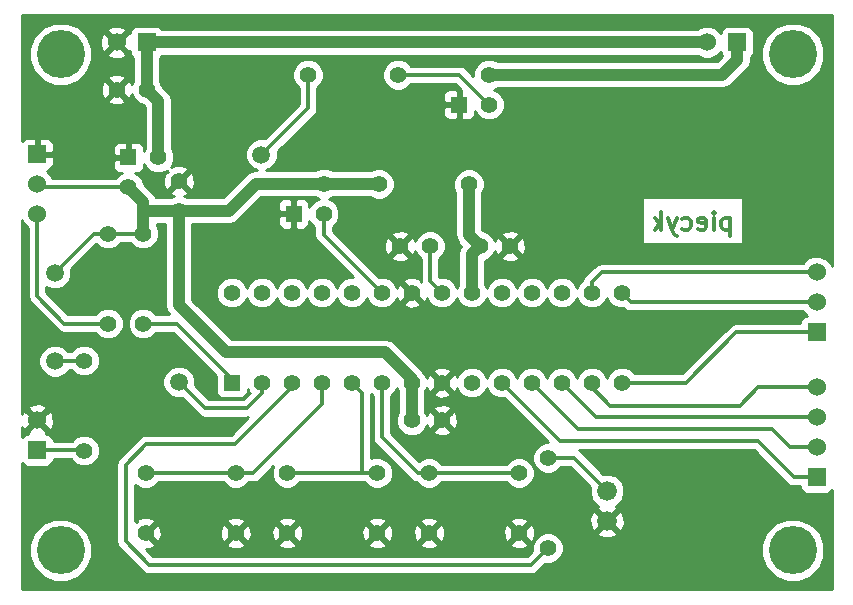
<source format=gbl>
G04 (created by PCBNEW (2013-may-18)-stable) date sob, 8 lis 2014, 01:31:07*
%MOIN*%
G04 Gerber Fmt 3.4, Leading zero omitted, Abs format*
%FSLAX34Y34*%
G01*
G70*
G90*
G04 APERTURE LIST*
%ADD10C,0.00393701*%
%ADD11C,0.011811*%
%ADD12R,0.055X0.055*%
%ADD13C,0.055*%
%ADD14R,0.06X0.06*%
%ADD15C,0.06*%
%ADD16C,0.066*%
%ADD17C,0.16*%
%ADD18C,0.0590551*%
%ADD19C,0.0393701*%
%ADD20C,0.01*%
G04 APERTURE END LIST*
G54D10*
G54D11*
X106552Y-50337D02*
X106552Y-50928D01*
X106552Y-50365D02*
X106496Y-50337D01*
X106383Y-50337D01*
X106327Y-50365D01*
X106299Y-50393D01*
X106271Y-50449D01*
X106271Y-50618D01*
X106299Y-50674D01*
X106327Y-50703D01*
X106383Y-50731D01*
X106496Y-50731D01*
X106552Y-50703D01*
X106017Y-50731D02*
X106017Y-50337D01*
X106017Y-50140D02*
X106046Y-50168D01*
X106017Y-50196D01*
X105989Y-50168D01*
X106017Y-50140D01*
X106017Y-50196D01*
X105511Y-50703D02*
X105568Y-50731D01*
X105680Y-50731D01*
X105736Y-50703D01*
X105764Y-50646D01*
X105764Y-50421D01*
X105736Y-50365D01*
X105680Y-50337D01*
X105568Y-50337D01*
X105511Y-50365D01*
X105483Y-50421D01*
X105483Y-50478D01*
X105764Y-50534D01*
X104977Y-50703D02*
X105033Y-50731D01*
X105146Y-50731D01*
X105202Y-50703D01*
X105230Y-50674D01*
X105258Y-50618D01*
X105258Y-50449D01*
X105230Y-50393D01*
X105202Y-50365D01*
X105146Y-50337D01*
X105033Y-50337D01*
X104977Y-50365D01*
X104780Y-50337D02*
X104640Y-50731D01*
X104499Y-50337D02*
X104640Y-50731D01*
X104696Y-50871D01*
X104724Y-50899D01*
X104780Y-50928D01*
X104274Y-50731D02*
X104274Y-50140D01*
X104218Y-50506D02*
X104049Y-50731D01*
X104049Y-50337D02*
X104274Y-50562D01*
G54D12*
X92019Y-50204D03*
G54D13*
X93019Y-50204D03*
X93019Y-49204D03*
G54D12*
X97531Y-46562D03*
G54D13*
X98531Y-46562D03*
X98531Y-45562D03*
X99531Y-58842D03*
X99531Y-60842D03*
X96531Y-58842D03*
X96531Y-60842D03*
X94807Y-58842D03*
X94807Y-60842D03*
X91807Y-58842D03*
X91807Y-60842D03*
X90082Y-58842D03*
X90082Y-60842D03*
X87082Y-58842D03*
X87082Y-60842D03*
X87007Y-50862D03*
X87007Y-53862D03*
X94858Y-49212D03*
X97858Y-49212D03*
X100492Y-61342D03*
X100492Y-58342D03*
X92496Y-45570D03*
X95496Y-45570D03*
X85826Y-50862D03*
X85826Y-53862D03*
X85039Y-55094D03*
X85039Y-58094D03*
X88188Y-50106D03*
X88188Y-49106D03*
X95956Y-57086D03*
X96956Y-57086D03*
X87114Y-46062D03*
X86114Y-46062D03*
X96562Y-51279D03*
X95562Y-51279D03*
X98220Y-51279D03*
X99220Y-51279D03*
G54D14*
X109448Y-58980D03*
G54D15*
X109448Y-57980D03*
X109448Y-56980D03*
X109448Y-55980D03*
G54D14*
X83464Y-48212D03*
G54D15*
X83464Y-49212D03*
X83464Y-50212D03*
G54D14*
X109448Y-54149D03*
G54D15*
X109448Y-53149D03*
X109448Y-52149D03*
G54D14*
X87114Y-44488D03*
G54D15*
X86114Y-44488D03*
G54D14*
X106799Y-44488D03*
G54D15*
X105799Y-44488D03*
G54D14*
X83464Y-58078D03*
G54D15*
X83464Y-57078D03*
G54D13*
X87507Y-48318D03*
G54D12*
X86507Y-48318D03*
G54D13*
X86507Y-49318D03*
G54D16*
X102460Y-59440D03*
X102460Y-60440D03*
G54D13*
X90956Y-55830D03*
X91956Y-55830D03*
X92956Y-55830D03*
X93956Y-55830D03*
X94956Y-55830D03*
X95956Y-55830D03*
X96956Y-55830D03*
X97956Y-55830D03*
X98956Y-55830D03*
X99956Y-55830D03*
X100956Y-55830D03*
X101956Y-55830D03*
X102956Y-55830D03*
G54D12*
X89956Y-55830D03*
G54D13*
X102956Y-52830D03*
X101956Y-52830D03*
X100956Y-52830D03*
X99956Y-52830D03*
X98956Y-52830D03*
X97956Y-52830D03*
X96956Y-52830D03*
X95956Y-52830D03*
X94956Y-52830D03*
X93956Y-52830D03*
X92956Y-52830D03*
X91956Y-52830D03*
X90956Y-52830D03*
X89956Y-52830D03*
G54D17*
X84251Y-44881D03*
X108661Y-44881D03*
X108661Y-61417D03*
X84251Y-61417D03*
G54D18*
X90944Y-48228D03*
X88188Y-55807D03*
X84055Y-52165D03*
X84055Y-55118D03*
G54D19*
X87114Y-44488D02*
X87114Y-46062D01*
X87114Y-46062D02*
X87507Y-46456D01*
X87507Y-46456D02*
X87507Y-48318D01*
X87114Y-44488D02*
X105799Y-44488D01*
X98531Y-45562D02*
X106307Y-45562D01*
X106799Y-45070D02*
X106799Y-44488D01*
X106307Y-45562D02*
X106799Y-45070D01*
G54D11*
X85023Y-58078D02*
X85039Y-58094D01*
X83464Y-58078D02*
X85023Y-58078D01*
X85826Y-53862D02*
X84374Y-53862D01*
X83464Y-52952D02*
X83464Y-50212D01*
X84374Y-53862D02*
X83464Y-52952D01*
X109448Y-58980D02*
X108685Y-58980D01*
X100901Y-57775D02*
X98956Y-55830D01*
X107480Y-57775D02*
X100901Y-57775D01*
X108685Y-58980D02*
X107480Y-57775D01*
X109448Y-57980D02*
X108570Y-57980D01*
X101507Y-57381D02*
X99956Y-55830D01*
X107972Y-57381D02*
X101507Y-57381D01*
X108570Y-57980D02*
X107972Y-57381D01*
X109448Y-56980D02*
X102106Y-56980D01*
X102106Y-56980D02*
X100956Y-55830D01*
X101956Y-55830D02*
X101956Y-55992D01*
X107503Y-55980D02*
X109448Y-55980D01*
X106889Y-56594D02*
X107503Y-55980D01*
X102559Y-56594D02*
X106889Y-56594D01*
X101956Y-55992D02*
X102559Y-56594D01*
X102956Y-55830D02*
X105094Y-55830D01*
X106775Y-54149D02*
X109448Y-54149D01*
X105094Y-55830D02*
X106775Y-54149D01*
X101956Y-52830D02*
X101956Y-52472D01*
X102279Y-52149D02*
X109448Y-52149D01*
X101956Y-52472D02*
X102279Y-52149D01*
X102956Y-52830D02*
X102956Y-52858D01*
X103248Y-53149D02*
X109448Y-53149D01*
X102956Y-52858D02*
X103248Y-53149D01*
G54D19*
X97858Y-49212D02*
X97858Y-50917D01*
X97858Y-50917D02*
X98220Y-51279D01*
X97956Y-52830D02*
X97956Y-51543D01*
X97956Y-51543D02*
X98220Y-51279D01*
G54D11*
X93019Y-50204D02*
X93019Y-50893D01*
X93019Y-50893D02*
X94956Y-52830D01*
X100492Y-58342D02*
X101362Y-58342D01*
X101362Y-58342D02*
X102460Y-59440D01*
X91956Y-55830D02*
X91956Y-55976D01*
X99925Y-61909D02*
X100492Y-61342D01*
X87204Y-61909D02*
X99925Y-61909D01*
X86417Y-61122D02*
X87204Y-61909D01*
X86417Y-58562D02*
X86417Y-61122D01*
X87106Y-57874D02*
X86417Y-58562D01*
X90059Y-57874D02*
X87106Y-57874D01*
X91956Y-55976D02*
X90059Y-57874D01*
X90956Y-55830D02*
X90956Y-56188D01*
X92496Y-46677D02*
X92496Y-45570D01*
X90944Y-48228D02*
X92496Y-46677D01*
X89074Y-56692D02*
X88188Y-55807D01*
X90452Y-56692D02*
X89074Y-56692D01*
X90956Y-56188D02*
X90452Y-56692D01*
X96531Y-58842D02*
X96145Y-58842D01*
X94956Y-57653D02*
X94956Y-55830D01*
X96145Y-58842D02*
X94956Y-57653D01*
X96531Y-58842D02*
X99531Y-58842D01*
X90082Y-58842D02*
X90665Y-58842D01*
X92956Y-56551D02*
X92956Y-55830D01*
X90665Y-58842D02*
X92956Y-56551D01*
X87082Y-58842D02*
X90082Y-58842D01*
X94291Y-58842D02*
X94291Y-56165D01*
X94291Y-56165D02*
X93956Y-55830D01*
X91807Y-58842D02*
X94291Y-58842D01*
X94291Y-58842D02*
X94807Y-58842D01*
X87007Y-53862D02*
X88114Y-53862D01*
X89956Y-55704D02*
X89956Y-55830D01*
X88114Y-53862D02*
X89956Y-55704D01*
X96562Y-51279D02*
X96562Y-52437D01*
X96562Y-52437D02*
X96956Y-52830D01*
X95496Y-45570D02*
X97539Y-45570D01*
X97539Y-45570D02*
X98531Y-46562D01*
X85039Y-55094D02*
X84078Y-55094D01*
X85358Y-50862D02*
X85826Y-50862D01*
X84055Y-52165D02*
X85358Y-50862D01*
X84078Y-55094D02*
X84055Y-55118D01*
G54D19*
X95956Y-55830D02*
X95956Y-55700D01*
X88188Y-53248D02*
X88188Y-50106D01*
X89763Y-54822D02*
X88188Y-53248D01*
X95078Y-54822D02*
X89763Y-54822D01*
X95956Y-55700D02*
X95078Y-54822D01*
X93019Y-49204D02*
X94850Y-49204D01*
X94850Y-49204D02*
X94858Y-49212D01*
X88188Y-50106D02*
X89854Y-50106D01*
X89854Y-50106D02*
X90755Y-49204D01*
X90755Y-49204D02*
X93019Y-49204D01*
G54D11*
X87007Y-50862D02*
X85826Y-50862D01*
X86507Y-49318D02*
X83570Y-49318D01*
X83570Y-49318D02*
X83464Y-49212D01*
G54D19*
X95956Y-57086D02*
X95956Y-55830D01*
X87007Y-50196D02*
X87007Y-49818D01*
X87007Y-49818D02*
X86507Y-49318D01*
X87007Y-50862D02*
X87007Y-50196D01*
X87098Y-50106D02*
X88188Y-50106D01*
X87007Y-50196D02*
X87098Y-50106D01*
G54D10*
G36*
X109956Y-62712D02*
X109711Y-62712D01*
X109711Y-61209D01*
X109552Y-60823D01*
X109256Y-60527D01*
X108871Y-60367D01*
X108453Y-60367D01*
X108067Y-60526D01*
X107771Y-60821D01*
X107611Y-61207D01*
X107611Y-61625D01*
X107770Y-62011D01*
X108065Y-62306D01*
X108451Y-62467D01*
X108869Y-62467D01*
X109255Y-62307D01*
X109551Y-62012D01*
X109711Y-61627D01*
X109711Y-61209D01*
X109711Y-62712D01*
X103045Y-62712D01*
X103045Y-60529D01*
X103034Y-60299D01*
X102966Y-60135D01*
X102868Y-60104D01*
X102531Y-60440D01*
X102868Y-60777D01*
X102966Y-60746D01*
X103045Y-60529D01*
X103045Y-62712D01*
X102797Y-62712D01*
X102797Y-60848D01*
X102460Y-60511D01*
X102389Y-60582D01*
X102389Y-60440D01*
X102052Y-60104D01*
X101954Y-60135D01*
X101875Y-60352D01*
X101886Y-60582D01*
X101954Y-60746D01*
X102052Y-60777D01*
X102389Y-60440D01*
X102389Y-60582D01*
X102123Y-60848D01*
X102154Y-60947D01*
X102371Y-61025D01*
X102602Y-61015D01*
X102766Y-60947D01*
X102797Y-60848D01*
X102797Y-62712D01*
X85302Y-62712D01*
X85302Y-61209D01*
X85142Y-60823D01*
X84847Y-60527D01*
X84461Y-60367D01*
X84044Y-60367D01*
X83657Y-60526D01*
X83362Y-60821D01*
X83202Y-61207D01*
X83201Y-61625D01*
X83361Y-62011D01*
X83656Y-62306D01*
X84042Y-62467D01*
X84459Y-62467D01*
X84845Y-62307D01*
X85141Y-62012D01*
X85301Y-61627D01*
X85302Y-61209D01*
X85302Y-62712D01*
X82956Y-62712D01*
X82956Y-58524D01*
X83022Y-58590D01*
X83114Y-58628D01*
X83214Y-58628D01*
X83814Y-58628D01*
X83905Y-58590D01*
X83976Y-58520D01*
X84014Y-58428D01*
X84014Y-58387D01*
X84592Y-58387D01*
X84594Y-58391D01*
X84741Y-58539D01*
X84934Y-58619D01*
X85143Y-58619D01*
X85336Y-58539D01*
X85484Y-58392D01*
X85564Y-58199D01*
X85564Y-57990D01*
X85564Y-54990D01*
X85484Y-54797D01*
X85337Y-54649D01*
X85144Y-54569D01*
X84935Y-54569D01*
X84742Y-54649D01*
X84605Y-54785D01*
X84493Y-54785D01*
X84364Y-54656D01*
X84164Y-54572D01*
X83947Y-54572D01*
X83746Y-54655D01*
X83593Y-54808D01*
X83509Y-55009D01*
X83509Y-55226D01*
X83592Y-55426D01*
X83745Y-55580D01*
X83946Y-55663D01*
X84163Y-55663D01*
X84363Y-55580D01*
X84517Y-55427D01*
X84527Y-55403D01*
X84606Y-55403D01*
X84741Y-55539D01*
X84934Y-55619D01*
X85143Y-55619D01*
X85336Y-55539D01*
X85484Y-55392D01*
X85564Y-55199D01*
X85564Y-54990D01*
X85564Y-57990D01*
X85484Y-57797D01*
X85337Y-57649D01*
X85144Y-57569D01*
X84935Y-57569D01*
X84742Y-57649D01*
X84621Y-57769D01*
X84019Y-57769D01*
X84019Y-57160D01*
X84008Y-56941D01*
X83945Y-56790D01*
X83850Y-56763D01*
X83779Y-56834D01*
X83779Y-56692D01*
X83752Y-56597D01*
X83546Y-56523D01*
X83327Y-56534D01*
X83176Y-56597D01*
X83149Y-56692D01*
X83464Y-57008D01*
X83779Y-56692D01*
X83779Y-56834D01*
X83535Y-57078D01*
X83850Y-57393D01*
X83945Y-57366D01*
X84019Y-57160D01*
X84019Y-57769D01*
X84014Y-57769D01*
X84014Y-57729D01*
X83976Y-57637D01*
X83906Y-57566D01*
X83814Y-57528D01*
X83761Y-57528D01*
X83779Y-57464D01*
X83464Y-57149D01*
X83149Y-57464D01*
X83167Y-57528D01*
X83115Y-57528D01*
X83023Y-57566D01*
X82956Y-57633D01*
X82956Y-57302D01*
X82983Y-57366D01*
X83078Y-57393D01*
X83393Y-57078D01*
X83078Y-56763D01*
X82983Y-56790D01*
X82956Y-56865D01*
X82956Y-50423D01*
X82998Y-50523D01*
X83152Y-50678D01*
X83155Y-50679D01*
X83155Y-52952D01*
X83179Y-53071D01*
X83246Y-53171D01*
X84155Y-54080D01*
X84255Y-54147D01*
X84255Y-54147D01*
X84374Y-54171D01*
X85393Y-54171D01*
X85528Y-54307D01*
X85721Y-54387D01*
X85930Y-54387D01*
X86123Y-54307D01*
X86271Y-54159D01*
X86351Y-53967D01*
X86351Y-53758D01*
X86272Y-53565D01*
X86124Y-53417D01*
X85931Y-53337D01*
X85722Y-53337D01*
X85529Y-53416D01*
X85393Y-53553D01*
X84502Y-53553D01*
X83773Y-52824D01*
X83773Y-52638D01*
X83946Y-52710D01*
X84163Y-52710D01*
X84363Y-52627D01*
X84517Y-52474D01*
X84600Y-52274D01*
X84600Y-52057D01*
X84600Y-52057D01*
X85439Y-51217D01*
X85528Y-51307D01*
X85721Y-51387D01*
X85930Y-51387D01*
X86123Y-51307D01*
X86260Y-51171D01*
X86574Y-51171D01*
X86710Y-51307D01*
X86902Y-51387D01*
X87111Y-51387D01*
X87304Y-51307D01*
X87452Y-51159D01*
X87532Y-50967D01*
X87532Y-50758D01*
X87454Y-50568D01*
X87454Y-50553D01*
X87742Y-50553D01*
X87742Y-53248D01*
X87776Y-53419D01*
X87865Y-53553D01*
X87441Y-53553D01*
X87305Y-53417D01*
X87112Y-53337D01*
X86903Y-53337D01*
X86710Y-53416D01*
X86563Y-53564D01*
X86482Y-53757D01*
X86482Y-53966D01*
X86562Y-54159D01*
X86710Y-54307D01*
X86902Y-54387D01*
X87111Y-54387D01*
X87304Y-54307D01*
X87441Y-54171D01*
X87986Y-54171D01*
X89431Y-55616D01*
X89431Y-56155D01*
X89469Y-56247D01*
X89539Y-56317D01*
X89631Y-56355D01*
X89731Y-56355D01*
X90281Y-56355D01*
X90373Y-56317D01*
X90443Y-56247D01*
X90481Y-56155D01*
X90481Y-56056D01*
X90481Y-56056D01*
X90511Y-56127D01*
X90546Y-56162D01*
X90324Y-56383D01*
X89202Y-56383D01*
X88734Y-55915D01*
X88734Y-55699D01*
X88651Y-55498D01*
X88498Y-55345D01*
X88297Y-55261D01*
X88080Y-55261D01*
X87880Y-55344D01*
X87726Y-55497D01*
X87643Y-55698D01*
X87643Y-55915D01*
X87726Y-56115D01*
X87879Y-56269D01*
X88080Y-56352D01*
X88296Y-56352D01*
X88297Y-56352D01*
X88856Y-56911D01*
X88856Y-56911D01*
X88956Y-56978D01*
X88956Y-56978D01*
X89074Y-57001D01*
X90452Y-57001D01*
X90504Y-56991D01*
X89931Y-57564D01*
X87106Y-57564D01*
X87106Y-57564D01*
X87082Y-57569D01*
X86988Y-57588D01*
X86887Y-57655D01*
X86887Y-57655D01*
X86198Y-58344D01*
X86131Y-58444D01*
X86108Y-58562D01*
X86108Y-61122D01*
X86131Y-61240D01*
X86198Y-61340D01*
X86986Y-62127D01*
X87086Y-62194D01*
X87086Y-62194D01*
X87204Y-62218D01*
X99925Y-62218D01*
X100043Y-62194D01*
X100043Y-62194D01*
X100143Y-62127D01*
X100404Y-61867D01*
X100596Y-61867D01*
X100789Y-61787D01*
X100936Y-61640D01*
X101017Y-61447D01*
X101017Y-61238D01*
X100937Y-61045D01*
X100789Y-60897D01*
X100597Y-60817D01*
X100388Y-60817D01*
X100195Y-60897D01*
X100061Y-61030D01*
X100061Y-60918D01*
X100050Y-60709D01*
X99992Y-60569D01*
X99899Y-60545D01*
X99828Y-60616D01*
X99828Y-60474D01*
X99804Y-60381D01*
X99607Y-60312D01*
X99398Y-60323D01*
X99258Y-60381D01*
X99234Y-60474D01*
X99531Y-60771D01*
X99828Y-60474D01*
X99828Y-60616D01*
X99602Y-60842D01*
X99899Y-61139D01*
X99992Y-61115D01*
X100061Y-60918D01*
X100061Y-61030D01*
X100047Y-61044D01*
X99967Y-61237D01*
X99967Y-61430D01*
X99828Y-61569D01*
X99828Y-61210D01*
X99531Y-60913D01*
X99460Y-60983D01*
X99460Y-60842D01*
X99163Y-60545D01*
X99070Y-60569D01*
X99001Y-60766D01*
X99012Y-60975D01*
X99070Y-61115D01*
X99163Y-61139D01*
X99460Y-60842D01*
X99460Y-60983D01*
X99234Y-61210D01*
X99258Y-61303D01*
X99455Y-61372D01*
X99664Y-61361D01*
X99804Y-61303D01*
X99828Y-61210D01*
X99828Y-61569D01*
X99797Y-61600D01*
X97061Y-61600D01*
X97061Y-60918D01*
X97050Y-60709D01*
X96992Y-60569D01*
X96899Y-60545D01*
X96828Y-60616D01*
X96828Y-60474D01*
X96804Y-60381D01*
X96607Y-60312D01*
X96398Y-60323D01*
X96258Y-60381D01*
X96234Y-60474D01*
X96531Y-60771D01*
X96828Y-60474D01*
X96828Y-60616D01*
X96602Y-60842D01*
X96899Y-61139D01*
X96992Y-61115D01*
X97061Y-60918D01*
X97061Y-61600D01*
X96828Y-61600D01*
X96828Y-61210D01*
X96531Y-60913D01*
X96460Y-60983D01*
X96460Y-60842D01*
X96163Y-60545D01*
X96070Y-60569D01*
X96001Y-60766D01*
X96012Y-60975D01*
X96070Y-61115D01*
X96163Y-61139D01*
X96460Y-60842D01*
X96460Y-60983D01*
X96234Y-61210D01*
X96258Y-61303D01*
X96455Y-61372D01*
X96664Y-61361D01*
X96804Y-61303D01*
X96828Y-61210D01*
X96828Y-61600D01*
X95336Y-61600D01*
X95336Y-60918D01*
X95325Y-60709D01*
X95267Y-60569D01*
X95174Y-60545D01*
X95104Y-60616D01*
X95104Y-60474D01*
X95079Y-60381D01*
X94882Y-60312D01*
X94674Y-60323D01*
X94534Y-60381D01*
X94510Y-60474D01*
X94807Y-60771D01*
X95104Y-60474D01*
X95104Y-60616D01*
X94877Y-60842D01*
X95174Y-61139D01*
X95267Y-61115D01*
X95336Y-60918D01*
X95336Y-61600D01*
X95104Y-61600D01*
X95104Y-61210D01*
X94807Y-60913D01*
X94736Y-60983D01*
X94736Y-60842D01*
X94439Y-60545D01*
X94346Y-60569D01*
X94277Y-60766D01*
X94288Y-60975D01*
X94346Y-61115D01*
X94439Y-61139D01*
X94736Y-60842D01*
X94736Y-60983D01*
X94510Y-61210D01*
X94534Y-61303D01*
X94731Y-61372D01*
X94939Y-61361D01*
X95079Y-61303D01*
X95104Y-61210D01*
X95104Y-61600D01*
X92336Y-61600D01*
X92336Y-60918D01*
X92325Y-60709D01*
X92267Y-60569D01*
X92174Y-60545D01*
X92104Y-60616D01*
X92104Y-60474D01*
X92079Y-60381D01*
X91882Y-60312D01*
X91674Y-60323D01*
X91534Y-60381D01*
X91510Y-60474D01*
X91807Y-60771D01*
X92104Y-60474D01*
X92104Y-60616D01*
X91877Y-60842D01*
X92174Y-61139D01*
X92267Y-61115D01*
X92336Y-60918D01*
X92336Y-61600D01*
X92104Y-61600D01*
X92104Y-61210D01*
X91807Y-60913D01*
X91736Y-60983D01*
X91736Y-60842D01*
X91439Y-60545D01*
X91346Y-60569D01*
X91277Y-60766D01*
X91288Y-60975D01*
X91346Y-61115D01*
X91439Y-61139D01*
X91736Y-60842D01*
X91736Y-60983D01*
X91510Y-61210D01*
X91534Y-61303D01*
X91731Y-61372D01*
X91939Y-61361D01*
X92079Y-61303D01*
X92104Y-61210D01*
X92104Y-61600D01*
X90612Y-61600D01*
X90612Y-60918D01*
X90601Y-60709D01*
X90543Y-60569D01*
X90450Y-60545D01*
X90379Y-60616D01*
X90379Y-60474D01*
X90355Y-60381D01*
X90158Y-60312D01*
X89949Y-60323D01*
X89809Y-60381D01*
X89785Y-60474D01*
X90082Y-60771D01*
X90379Y-60474D01*
X90379Y-60616D01*
X90153Y-60842D01*
X90450Y-61139D01*
X90543Y-61115D01*
X90612Y-60918D01*
X90612Y-61600D01*
X90379Y-61600D01*
X90379Y-61210D01*
X90082Y-60913D01*
X90011Y-60983D01*
X90011Y-60842D01*
X89714Y-60545D01*
X89622Y-60569D01*
X89552Y-60766D01*
X89564Y-60975D01*
X89622Y-61115D01*
X89714Y-61139D01*
X90011Y-60842D01*
X90011Y-60983D01*
X89785Y-61210D01*
X89809Y-61303D01*
X90006Y-61372D01*
X90215Y-61361D01*
X90355Y-61303D01*
X90379Y-61210D01*
X90379Y-61600D01*
X87612Y-61600D01*
X87612Y-60918D01*
X87601Y-60709D01*
X87543Y-60569D01*
X87450Y-60545D01*
X87379Y-60616D01*
X87153Y-60842D01*
X87450Y-61139D01*
X87543Y-61115D01*
X87612Y-60918D01*
X87612Y-61600D01*
X87332Y-61600D01*
X87099Y-61367D01*
X87215Y-61361D01*
X87355Y-61303D01*
X87379Y-61210D01*
X87082Y-60913D01*
X87077Y-60918D01*
X87006Y-60848D01*
X87011Y-60842D01*
X87006Y-60836D01*
X87077Y-60766D01*
X87082Y-60771D01*
X87379Y-60474D01*
X87355Y-60381D01*
X87158Y-60312D01*
X86949Y-60323D01*
X86809Y-60381D01*
X86785Y-60474D01*
X86740Y-60429D01*
X86726Y-60443D01*
X86726Y-59228D01*
X86784Y-59287D01*
X86977Y-59367D01*
X87186Y-59367D01*
X87379Y-59287D01*
X87516Y-59151D01*
X89649Y-59151D01*
X89784Y-59287D01*
X89977Y-59367D01*
X90186Y-59367D01*
X90379Y-59287D01*
X90516Y-59151D01*
X90665Y-59151D01*
X90783Y-59128D01*
X90783Y-59128D01*
X90883Y-59061D01*
X91335Y-58609D01*
X91282Y-58737D01*
X91281Y-58946D01*
X91361Y-59139D01*
X91509Y-59287D01*
X91702Y-59367D01*
X91911Y-59367D01*
X92104Y-59287D01*
X92240Y-59151D01*
X94291Y-59151D01*
X94373Y-59151D01*
X94509Y-59287D01*
X94702Y-59367D01*
X94911Y-59367D01*
X95104Y-59287D01*
X95251Y-59140D01*
X95331Y-58947D01*
X95332Y-58738D01*
X95252Y-58545D01*
X95104Y-58397D01*
X94911Y-58317D01*
X94703Y-58317D01*
X94600Y-58359D01*
X94600Y-56216D01*
X94647Y-56264D01*
X94647Y-57653D01*
X94671Y-57771D01*
X94738Y-57872D01*
X95927Y-59061D01*
X95927Y-59061D01*
X96027Y-59128D01*
X96027Y-59128D01*
X96086Y-59139D01*
X96233Y-59287D01*
X96426Y-59367D01*
X96635Y-59367D01*
X96828Y-59287D01*
X96965Y-59151D01*
X99098Y-59151D01*
X99233Y-59287D01*
X99426Y-59367D01*
X99635Y-59367D01*
X99828Y-59287D01*
X99976Y-59140D01*
X100056Y-58947D01*
X100056Y-58738D01*
X99976Y-58545D01*
X99829Y-58397D01*
X99636Y-58317D01*
X99427Y-58317D01*
X99234Y-58397D01*
X99097Y-58533D01*
X97486Y-58533D01*
X97486Y-57162D01*
X97475Y-56953D01*
X97417Y-56813D01*
X97324Y-56789D01*
X97253Y-56860D01*
X97253Y-56718D01*
X97253Y-56198D01*
X96956Y-55901D01*
X96659Y-56198D01*
X96683Y-56291D01*
X96880Y-56360D01*
X97089Y-56349D01*
X97229Y-56291D01*
X97253Y-56198D01*
X97253Y-56718D01*
X97229Y-56626D01*
X97032Y-56556D01*
X96823Y-56568D01*
X96683Y-56626D01*
X96659Y-56718D01*
X96956Y-57015D01*
X97253Y-56718D01*
X97253Y-56860D01*
X97027Y-57086D01*
X97324Y-57383D01*
X97417Y-57359D01*
X97486Y-57162D01*
X97486Y-58533D01*
X97253Y-58533D01*
X97253Y-57454D01*
X96956Y-57157D01*
X96659Y-57454D01*
X96683Y-57547D01*
X96880Y-57616D01*
X97089Y-57605D01*
X97229Y-57547D01*
X97253Y-57454D01*
X97253Y-58533D01*
X96964Y-58533D01*
X96829Y-58397D01*
X96636Y-58317D01*
X96427Y-58317D01*
X96234Y-58397D01*
X96185Y-58445D01*
X95265Y-57525D01*
X95265Y-56264D01*
X95401Y-56128D01*
X95456Y-55995D01*
X95509Y-56124D01*
X95509Y-56793D01*
X95431Y-56981D01*
X95431Y-57190D01*
X95511Y-57383D01*
X95658Y-57531D01*
X95851Y-57611D01*
X96060Y-57611D01*
X96253Y-57531D01*
X96401Y-57384D01*
X96454Y-57257D01*
X96496Y-57359D01*
X96588Y-57383D01*
X96885Y-57086D01*
X96588Y-56789D01*
X96496Y-56813D01*
X96457Y-56923D01*
X96403Y-56793D01*
X96403Y-56123D01*
X96454Y-56001D01*
X96496Y-56103D01*
X96588Y-56127D01*
X96885Y-55830D01*
X96588Y-55533D01*
X96496Y-55557D01*
X96457Y-55667D01*
X96402Y-55533D01*
X96311Y-55443D01*
X96311Y-55443D01*
X96272Y-55384D01*
X96253Y-55365D01*
X96253Y-53198D01*
X95956Y-52901D01*
X95659Y-53198D01*
X95683Y-53291D01*
X95880Y-53360D01*
X96089Y-53349D01*
X96229Y-53291D01*
X96253Y-53198D01*
X96253Y-55365D01*
X95394Y-54506D01*
X95249Y-54409D01*
X95078Y-54375D01*
X89948Y-54375D01*
X88635Y-53062D01*
X88635Y-50553D01*
X89854Y-50553D01*
X90025Y-50519D01*
X90025Y-50519D01*
X90170Y-50422D01*
X90940Y-49651D01*
X92726Y-49651D01*
X92854Y-49704D01*
X92722Y-49759D01*
X92574Y-49906D01*
X92544Y-49979D01*
X92544Y-49979D01*
X92544Y-49879D01*
X92506Y-49787D01*
X92436Y-49717D01*
X92344Y-49679D01*
X92132Y-49679D01*
X92069Y-49742D01*
X92069Y-50154D01*
X92077Y-50154D01*
X92077Y-50254D01*
X92069Y-50254D01*
X92069Y-50667D01*
X92132Y-50729D01*
X92344Y-50729D01*
X92436Y-50691D01*
X92506Y-50621D01*
X92544Y-50529D01*
X92544Y-50430D01*
X92544Y-50430D01*
X92574Y-50501D01*
X92710Y-50638D01*
X92710Y-50893D01*
X92734Y-51011D01*
X92801Y-51112D01*
X93994Y-52305D01*
X93852Y-52305D01*
X93659Y-52385D01*
X93511Y-52532D01*
X93456Y-52665D01*
X93402Y-52533D01*
X93254Y-52385D01*
X93061Y-52305D01*
X92852Y-52305D01*
X92659Y-52385D01*
X92511Y-52532D01*
X92456Y-52665D01*
X92402Y-52533D01*
X92254Y-52385D01*
X92061Y-52305D01*
X91969Y-52305D01*
X91969Y-50667D01*
X91969Y-50254D01*
X91969Y-50154D01*
X91969Y-49742D01*
X91907Y-49679D01*
X91695Y-49679D01*
X91603Y-49717D01*
X91532Y-49787D01*
X91494Y-49879D01*
X91494Y-49979D01*
X91494Y-50092D01*
X91557Y-50154D01*
X91969Y-50154D01*
X91969Y-50254D01*
X91557Y-50254D01*
X91494Y-50317D01*
X91494Y-50430D01*
X91494Y-50529D01*
X91532Y-50621D01*
X91603Y-50691D01*
X91695Y-50729D01*
X91907Y-50729D01*
X91969Y-50667D01*
X91969Y-52305D01*
X91852Y-52305D01*
X91659Y-52385D01*
X91511Y-52532D01*
X91456Y-52665D01*
X91402Y-52533D01*
X91254Y-52385D01*
X91061Y-52305D01*
X90852Y-52305D01*
X90659Y-52385D01*
X90511Y-52532D01*
X90456Y-52665D01*
X90402Y-52533D01*
X90254Y-52385D01*
X90061Y-52305D01*
X89852Y-52305D01*
X89659Y-52385D01*
X89511Y-52532D01*
X89431Y-52725D01*
X89431Y-52934D01*
X89511Y-53127D01*
X89658Y-53275D01*
X89851Y-53355D01*
X90060Y-53355D01*
X90253Y-53276D01*
X90401Y-53128D01*
X90456Y-52995D01*
X90511Y-53127D01*
X90658Y-53275D01*
X90851Y-53355D01*
X91060Y-53355D01*
X91253Y-53276D01*
X91401Y-53128D01*
X91456Y-52995D01*
X91511Y-53127D01*
X91658Y-53275D01*
X91851Y-53355D01*
X92060Y-53355D01*
X92253Y-53276D01*
X92401Y-53128D01*
X92456Y-52995D01*
X92511Y-53127D01*
X92658Y-53275D01*
X92851Y-53355D01*
X93060Y-53355D01*
X93253Y-53276D01*
X93401Y-53128D01*
X93456Y-52995D01*
X93511Y-53127D01*
X93658Y-53275D01*
X93851Y-53355D01*
X94060Y-53355D01*
X94253Y-53276D01*
X94401Y-53128D01*
X94456Y-52995D01*
X94511Y-53127D01*
X94658Y-53275D01*
X94851Y-53355D01*
X95060Y-53355D01*
X95253Y-53276D01*
X95401Y-53128D01*
X95454Y-53001D01*
X95496Y-53103D01*
X95588Y-53127D01*
X95885Y-52830D01*
X95588Y-52533D01*
X95496Y-52557D01*
X95457Y-52667D01*
X95402Y-52533D01*
X95254Y-52385D01*
X95061Y-52305D01*
X94868Y-52305D01*
X93328Y-50765D01*
X93328Y-50638D01*
X93464Y-50502D01*
X93544Y-50309D01*
X93544Y-50100D01*
X93465Y-49907D01*
X93317Y-49759D01*
X93184Y-49704D01*
X93313Y-49651D01*
X94554Y-49651D01*
X94560Y-49657D01*
X94753Y-49737D01*
X94962Y-49737D01*
X95155Y-49657D01*
X95303Y-49510D01*
X95383Y-49317D01*
X95383Y-49108D01*
X95303Y-48915D01*
X95156Y-48767D01*
X94963Y-48687D01*
X94754Y-48687D01*
X94583Y-48757D01*
X93312Y-48757D01*
X93124Y-48679D01*
X92915Y-48679D01*
X92726Y-48757D01*
X91091Y-48757D01*
X91253Y-48690D01*
X91406Y-48537D01*
X91490Y-48337D01*
X91490Y-48120D01*
X91490Y-48120D01*
X92714Y-46895D01*
X92781Y-46795D01*
X92781Y-46795D01*
X92805Y-46677D01*
X92805Y-46004D01*
X92940Y-45868D01*
X93020Y-45675D01*
X93021Y-45466D01*
X92941Y-45273D01*
X92793Y-45126D01*
X92600Y-45045D01*
X92392Y-45045D01*
X92199Y-45125D01*
X92051Y-45273D01*
X91971Y-45465D01*
X91970Y-45674D01*
X92050Y-45867D01*
X92187Y-46004D01*
X92187Y-46549D01*
X91052Y-47683D01*
X90836Y-47682D01*
X90636Y-47765D01*
X90482Y-47919D01*
X90399Y-48119D01*
X90399Y-48336D01*
X90482Y-48536D01*
X90635Y-48690D01*
X90798Y-48757D01*
X90755Y-48757D01*
X90584Y-48791D01*
X90439Y-48888D01*
X89669Y-49659D01*
X88718Y-49659D01*
X88718Y-49182D01*
X88707Y-48973D01*
X88649Y-48833D01*
X88556Y-48809D01*
X88259Y-49106D01*
X88556Y-49403D01*
X88649Y-49379D01*
X88718Y-49182D01*
X88718Y-49659D01*
X88481Y-49659D01*
X88360Y-49608D01*
X88461Y-49566D01*
X88486Y-49474D01*
X88188Y-49177D01*
X88118Y-49247D01*
X87891Y-49474D01*
X87916Y-49566D01*
X88026Y-49605D01*
X87895Y-49659D01*
X87423Y-49659D01*
X87420Y-49647D01*
X87420Y-49647D01*
X87323Y-49502D01*
X87030Y-49210D01*
X86953Y-49021D01*
X86805Y-48874D01*
X86733Y-48843D01*
X86832Y-48843D01*
X86924Y-48805D01*
X86994Y-48735D01*
X87032Y-48643D01*
X87032Y-48544D01*
X87032Y-48544D01*
X87062Y-48615D01*
X87210Y-48763D01*
X87402Y-48843D01*
X87611Y-48843D01*
X87784Y-48772D01*
X87821Y-48809D01*
X87728Y-48833D01*
X87659Y-49030D01*
X87670Y-49239D01*
X87728Y-49379D01*
X87821Y-49403D01*
X88118Y-49106D01*
X88112Y-49100D01*
X88183Y-49030D01*
X88188Y-49035D01*
X88486Y-48738D01*
X88461Y-48645D01*
X88264Y-48576D01*
X88056Y-48587D01*
X87928Y-48640D01*
X87952Y-48616D01*
X88032Y-48423D01*
X88032Y-48214D01*
X87954Y-48025D01*
X87954Y-46456D01*
X87920Y-46285D01*
X87823Y-46140D01*
X87823Y-46140D01*
X87637Y-45954D01*
X87561Y-45769D01*
X87561Y-44994D01*
X87620Y-44935D01*
X105468Y-44935D01*
X105487Y-44954D01*
X105689Y-45038D01*
X105908Y-45038D01*
X106110Y-44954D01*
X106249Y-44816D01*
X106249Y-44837D01*
X106287Y-44929D01*
X106297Y-44940D01*
X106121Y-45116D01*
X98824Y-45116D01*
X98636Y-45038D01*
X98427Y-45037D01*
X98234Y-45117D01*
X98086Y-45265D01*
X98006Y-45458D01*
X98006Y-45600D01*
X97757Y-45352D01*
X97657Y-45285D01*
X97539Y-45261D01*
X95929Y-45261D01*
X95793Y-45126D01*
X95600Y-45045D01*
X95392Y-45045D01*
X95199Y-45125D01*
X95051Y-45273D01*
X94971Y-45465D01*
X94970Y-45674D01*
X95050Y-45867D01*
X95198Y-46015D01*
X95391Y-46095D01*
X95600Y-46095D01*
X95793Y-46016D01*
X95929Y-45879D01*
X97411Y-45879D01*
X97606Y-46075D01*
X97581Y-46100D01*
X97581Y-46512D01*
X97589Y-46512D01*
X97589Y-46612D01*
X97581Y-46612D01*
X97581Y-47025D01*
X97643Y-47087D01*
X97856Y-47088D01*
X97947Y-47050D01*
X98018Y-46979D01*
X98056Y-46887D01*
X98056Y-46788D01*
X98056Y-46788D01*
X98086Y-46859D01*
X98233Y-47007D01*
X98426Y-47087D01*
X98635Y-47088D01*
X98828Y-47008D01*
X98976Y-46860D01*
X99056Y-46667D01*
X99056Y-46459D01*
X98976Y-46265D01*
X98829Y-46118D01*
X98696Y-46062D01*
X98824Y-46009D01*
X106307Y-46009D01*
X106478Y-45975D01*
X106478Y-45975D01*
X106623Y-45878D01*
X107115Y-45386D01*
X107115Y-45386D01*
X107212Y-45241D01*
X107246Y-45070D01*
X107246Y-45070D01*
X107246Y-44994D01*
X107311Y-44929D01*
X107349Y-44838D01*
X107349Y-44738D01*
X107349Y-44138D01*
X107311Y-44046D01*
X107241Y-43976D01*
X107149Y-43938D01*
X107049Y-43938D01*
X106449Y-43938D01*
X106357Y-43976D01*
X106287Y-44046D01*
X106249Y-44138D01*
X106249Y-44160D01*
X106111Y-44022D01*
X105909Y-43938D01*
X105690Y-43938D01*
X105488Y-44021D01*
X105468Y-44041D01*
X87620Y-44041D01*
X87555Y-43976D01*
X87464Y-43938D01*
X87364Y-43938D01*
X86764Y-43938D01*
X86672Y-43976D01*
X86602Y-44046D01*
X86564Y-44138D01*
X86564Y-44191D01*
X86500Y-44172D01*
X86429Y-44243D01*
X86429Y-44102D01*
X86402Y-44006D01*
X86195Y-43933D01*
X85977Y-43944D01*
X85826Y-44006D01*
X85798Y-44102D01*
X86114Y-44417D01*
X86429Y-44102D01*
X86429Y-44243D01*
X86184Y-44488D01*
X86500Y-44803D01*
X86564Y-44785D01*
X86564Y-44837D01*
X86602Y-44929D01*
X86667Y-44994D01*
X86667Y-45770D01*
X86616Y-45891D01*
X86574Y-45790D01*
X86481Y-45765D01*
X86429Y-45818D01*
X86429Y-44874D01*
X86114Y-44558D01*
X86043Y-44629D01*
X86043Y-44488D01*
X85728Y-44172D01*
X85632Y-44200D01*
X85559Y-44406D01*
X85570Y-44624D01*
X85632Y-44776D01*
X85728Y-44803D01*
X86043Y-44488D01*
X86043Y-44629D01*
X85798Y-44874D01*
X85826Y-44969D01*
X86032Y-45042D01*
X86250Y-45032D01*
X86402Y-44969D01*
X86429Y-44874D01*
X86429Y-45818D01*
X86411Y-45836D01*
X86411Y-45695D01*
X86386Y-45602D01*
X86189Y-45533D01*
X85981Y-45544D01*
X85841Y-45602D01*
X85817Y-45695D01*
X86114Y-45992D01*
X86411Y-45695D01*
X86411Y-45836D01*
X86184Y-46062D01*
X86481Y-46360D01*
X86574Y-46335D01*
X86613Y-46225D01*
X86668Y-46359D01*
X86816Y-46507D01*
X87005Y-46586D01*
X87061Y-46641D01*
X87061Y-48026D01*
X87032Y-48093D01*
X87032Y-48093D01*
X87032Y-47993D01*
X86994Y-47902D01*
X86924Y-47831D01*
X86832Y-47793D01*
X86620Y-47793D01*
X86557Y-47856D01*
X86557Y-48268D01*
X86565Y-48268D01*
X86565Y-48368D01*
X86557Y-48368D01*
X86557Y-48376D01*
X86457Y-48376D01*
X86457Y-48368D01*
X86457Y-48268D01*
X86457Y-47856D01*
X86411Y-47809D01*
X86411Y-46430D01*
X86114Y-46133D01*
X86043Y-46204D01*
X86043Y-46062D01*
X85746Y-45765D01*
X85653Y-45790D01*
X85584Y-45987D01*
X85595Y-46195D01*
X85653Y-46335D01*
X85746Y-46360D01*
X86043Y-46062D01*
X86043Y-46204D01*
X85817Y-46430D01*
X85841Y-46523D01*
X86038Y-46592D01*
X86246Y-46581D01*
X86386Y-46523D01*
X86411Y-46430D01*
X86411Y-47809D01*
X86395Y-47793D01*
X86183Y-47793D01*
X86091Y-47831D01*
X86021Y-47902D01*
X85982Y-47993D01*
X85982Y-48093D01*
X85982Y-48206D01*
X86045Y-48268D01*
X86457Y-48268D01*
X86457Y-48368D01*
X86045Y-48368D01*
X85982Y-48431D01*
X85982Y-48544D01*
X85982Y-48643D01*
X86021Y-48735D01*
X86091Y-48805D01*
X86183Y-48843D01*
X86282Y-48843D01*
X86210Y-48873D01*
X86074Y-49009D01*
X85302Y-49009D01*
X85302Y-44673D01*
X85142Y-44287D01*
X84847Y-43992D01*
X84461Y-43832D01*
X84044Y-43831D01*
X83657Y-43991D01*
X83362Y-44286D01*
X83202Y-44672D01*
X83201Y-45089D01*
X83361Y-45475D01*
X83656Y-45771D01*
X84042Y-45931D01*
X84459Y-45932D01*
X84845Y-45772D01*
X85141Y-45477D01*
X85301Y-45091D01*
X85302Y-44673D01*
X85302Y-49009D01*
X83975Y-49009D01*
X83931Y-48901D01*
X83792Y-48762D01*
X83814Y-48762D01*
X83906Y-48724D01*
X83976Y-48654D01*
X84014Y-48562D01*
X84014Y-47863D01*
X83976Y-47771D01*
X83906Y-47700D01*
X83814Y-47662D01*
X83715Y-47662D01*
X83577Y-47662D01*
X83514Y-47725D01*
X83514Y-48162D01*
X83952Y-48162D01*
X84014Y-48100D01*
X84014Y-47863D01*
X84014Y-48562D01*
X84014Y-48325D01*
X83952Y-48262D01*
X83514Y-48262D01*
X83514Y-48270D01*
X83414Y-48270D01*
X83414Y-48262D01*
X83406Y-48262D01*
X83406Y-48162D01*
X83414Y-48162D01*
X83414Y-47725D01*
X83352Y-47662D01*
X83214Y-47662D01*
X83114Y-47662D01*
X83022Y-47700D01*
X82956Y-47766D01*
X82956Y-43586D01*
X109956Y-43586D01*
X109956Y-51938D01*
X109915Y-51838D01*
X109760Y-51683D01*
X109711Y-51663D01*
X109711Y-44673D01*
X109552Y-44287D01*
X109256Y-43992D01*
X108871Y-43832D01*
X108453Y-43831D01*
X108067Y-43991D01*
X107771Y-44286D01*
X107611Y-44672D01*
X107611Y-45089D01*
X107770Y-45475D01*
X108065Y-45771D01*
X108451Y-45931D01*
X108869Y-45932D01*
X109255Y-45772D01*
X109551Y-45477D01*
X109711Y-45091D01*
X109711Y-44673D01*
X109711Y-51663D01*
X109558Y-51599D01*
X109339Y-51599D01*
X109137Y-51683D01*
X108982Y-51837D01*
X108981Y-51840D01*
X107001Y-51840D01*
X107001Y-51214D01*
X107001Y-49651D01*
X103627Y-49651D01*
X103627Y-51214D01*
X107001Y-51214D01*
X107001Y-51840D01*
X102279Y-51840D01*
X102161Y-51864D01*
X102060Y-51931D01*
X101738Y-52253D01*
X101671Y-52354D01*
X101665Y-52383D01*
X101659Y-52385D01*
X101511Y-52532D01*
X101456Y-52665D01*
X101402Y-52533D01*
X101254Y-52385D01*
X101061Y-52305D01*
X100852Y-52305D01*
X100659Y-52385D01*
X100511Y-52532D01*
X100456Y-52665D01*
X100402Y-52533D01*
X100254Y-52385D01*
X100061Y-52305D01*
X99852Y-52305D01*
X99750Y-52347D01*
X99750Y-51355D01*
X99739Y-51146D01*
X99681Y-51006D01*
X99588Y-50982D01*
X99517Y-51053D01*
X99517Y-50911D01*
X99493Y-50818D01*
X99296Y-50749D01*
X99087Y-50760D01*
X98947Y-50818D01*
X98923Y-50911D01*
X99220Y-51208D01*
X99517Y-50911D01*
X99517Y-51053D01*
X99291Y-51279D01*
X99588Y-51576D01*
X99681Y-51552D01*
X99750Y-51355D01*
X99750Y-52347D01*
X99659Y-52385D01*
X99517Y-52527D01*
X99517Y-51647D01*
X99220Y-51350D01*
X98923Y-51647D01*
X98947Y-51740D01*
X99144Y-51809D01*
X99353Y-51798D01*
X99493Y-51740D01*
X99517Y-51647D01*
X99517Y-52527D01*
X99511Y-52532D01*
X99456Y-52665D01*
X99402Y-52533D01*
X99254Y-52385D01*
X99061Y-52305D01*
X98852Y-52305D01*
X98659Y-52385D01*
X98511Y-52532D01*
X98456Y-52665D01*
X98403Y-52537D01*
X98403Y-51771D01*
X98517Y-51724D01*
X98665Y-51577D01*
X98717Y-51450D01*
X98759Y-51552D01*
X98852Y-51576D01*
X99149Y-51279D01*
X98852Y-50982D01*
X98759Y-51006D01*
X98721Y-51116D01*
X98665Y-50982D01*
X98518Y-50834D01*
X98329Y-50756D01*
X98305Y-50732D01*
X98305Y-49505D01*
X98383Y-49317D01*
X98383Y-49108D01*
X98303Y-48915D01*
X98156Y-48767D01*
X97963Y-48687D01*
X97754Y-48687D01*
X97561Y-48767D01*
X97481Y-48846D01*
X97481Y-47025D01*
X97481Y-46612D01*
X97481Y-46512D01*
X97481Y-46100D01*
X97418Y-46037D01*
X97206Y-46037D01*
X97115Y-46075D01*
X97044Y-46146D01*
X97006Y-46238D01*
X97006Y-46337D01*
X97006Y-46450D01*
X97068Y-46512D01*
X97481Y-46512D01*
X97481Y-46612D01*
X97068Y-46612D01*
X97006Y-46675D01*
X97006Y-46788D01*
X97006Y-46887D01*
X97044Y-46979D01*
X97115Y-47050D01*
X97206Y-47088D01*
X97418Y-47087D01*
X97481Y-47025D01*
X97481Y-48846D01*
X97413Y-48914D01*
X97333Y-49107D01*
X97333Y-49316D01*
X97411Y-49505D01*
X97411Y-50917D01*
X97445Y-51088D01*
X97542Y-51233D01*
X97598Y-51289D01*
X97543Y-51372D01*
X97509Y-51543D01*
X97509Y-52537D01*
X97456Y-52665D01*
X97402Y-52533D01*
X97254Y-52385D01*
X97061Y-52305D01*
X96872Y-52305D01*
X96872Y-51712D01*
X97007Y-51577D01*
X97087Y-51384D01*
X97088Y-51175D01*
X97008Y-50982D01*
X96860Y-50834D01*
X96667Y-50754D01*
X96459Y-50754D01*
X96265Y-50834D01*
X96118Y-50981D01*
X96065Y-51108D01*
X96023Y-51006D01*
X95930Y-50982D01*
X95860Y-51053D01*
X95860Y-50911D01*
X95835Y-50818D01*
X95638Y-50749D01*
X95430Y-50760D01*
X95290Y-50818D01*
X95265Y-50911D01*
X95562Y-51208D01*
X95860Y-50911D01*
X95860Y-51053D01*
X95633Y-51279D01*
X95930Y-51576D01*
X96023Y-51552D01*
X96062Y-51442D01*
X96117Y-51576D01*
X96253Y-51713D01*
X96253Y-52437D01*
X96258Y-52458D01*
X96253Y-52462D01*
X96229Y-52370D01*
X96032Y-52300D01*
X95860Y-52310D01*
X95860Y-51647D01*
X95562Y-51350D01*
X95492Y-51420D01*
X95492Y-51279D01*
X95195Y-50982D01*
X95102Y-51006D01*
X95033Y-51203D01*
X95044Y-51412D01*
X95102Y-51552D01*
X95195Y-51576D01*
X95492Y-51279D01*
X95492Y-51420D01*
X95265Y-51647D01*
X95290Y-51740D01*
X95487Y-51809D01*
X95695Y-51798D01*
X95835Y-51740D01*
X95860Y-51647D01*
X95860Y-52310D01*
X95823Y-52312D01*
X95683Y-52370D01*
X95659Y-52462D01*
X95956Y-52759D01*
X95962Y-52754D01*
X96032Y-52825D01*
X96027Y-52830D01*
X96324Y-53127D01*
X96417Y-53103D01*
X96455Y-52993D01*
X96511Y-53127D01*
X96658Y-53275D01*
X96851Y-53355D01*
X97060Y-53355D01*
X97253Y-53276D01*
X97401Y-53128D01*
X97456Y-52995D01*
X97511Y-53127D01*
X97658Y-53275D01*
X97851Y-53355D01*
X98060Y-53355D01*
X98253Y-53276D01*
X98401Y-53128D01*
X98456Y-52995D01*
X98511Y-53127D01*
X98658Y-53275D01*
X98851Y-53355D01*
X99060Y-53355D01*
X99253Y-53276D01*
X99401Y-53128D01*
X99456Y-52995D01*
X99511Y-53127D01*
X99658Y-53275D01*
X99851Y-53355D01*
X100060Y-53355D01*
X100253Y-53276D01*
X100401Y-53128D01*
X100456Y-52995D01*
X100511Y-53127D01*
X100658Y-53275D01*
X100851Y-53355D01*
X101060Y-53355D01*
X101253Y-53276D01*
X101401Y-53128D01*
X101456Y-52995D01*
X101511Y-53127D01*
X101658Y-53275D01*
X101851Y-53355D01*
X102060Y-53355D01*
X102253Y-53276D01*
X102401Y-53128D01*
X102456Y-52995D01*
X102511Y-53127D01*
X102658Y-53275D01*
X102851Y-53355D01*
X103017Y-53355D01*
X103029Y-53368D01*
X103129Y-53435D01*
X103129Y-53435D01*
X103248Y-53458D01*
X108981Y-53458D01*
X108982Y-53460D01*
X109120Y-53599D01*
X109099Y-53599D01*
X109007Y-53637D01*
X108937Y-53707D01*
X108898Y-53799D01*
X108898Y-53840D01*
X106775Y-53840D01*
X106775Y-53840D01*
X106752Y-53845D01*
X106657Y-53864D01*
X106557Y-53931D01*
X106557Y-53931D01*
X104966Y-55521D01*
X103389Y-55521D01*
X103254Y-55385D01*
X103061Y-55305D01*
X102852Y-55305D01*
X102659Y-55385D01*
X102511Y-55532D01*
X102456Y-55665D01*
X102402Y-55533D01*
X102254Y-55385D01*
X102061Y-55305D01*
X101852Y-55305D01*
X101659Y-55385D01*
X101511Y-55532D01*
X101456Y-55665D01*
X101402Y-55533D01*
X101254Y-55385D01*
X101061Y-55305D01*
X100852Y-55305D01*
X100659Y-55385D01*
X100511Y-55532D01*
X100456Y-55665D01*
X100402Y-55533D01*
X100254Y-55385D01*
X100061Y-55305D01*
X99852Y-55305D01*
X99659Y-55385D01*
X99511Y-55532D01*
X99456Y-55665D01*
X99402Y-55533D01*
X99254Y-55385D01*
X99061Y-55305D01*
X98852Y-55305D01*
X98659Y-55385D01*
X98511Y-55532D01*
X98456Y-55665D01*
X98402Y-55533D01*
X98254Y-55385D01*
X98061Y-55305D01*
X97852Y-55305D01*
X97659Y-55385D01*
X97511Y-55532D01*
X97459Y-55659D01*
X97417Y-55557D01*
X97324Y-55533D01*
X97253Y-55604D01*
X97253Y-55462D01*
X97229Y-55370D01*
X97032Y-55300D01*
X96823Y-55312D01*
X96683Y-55370D01*
X96659Y-55462D01*
X96956Y-55759D01*
X97253Y-55462D01*
X97253Y-55604D01*
X97027Y-55830D01*
X97324Y-56127D01*
X97417Y-56103D01*
X97455Y-55993D01*
X97511Y-56127D01*
X97658Y-56275D01*
X97851Y-56355D01*
X98060Y-56355D01*
X98253Y-56276D01*
X98401Y-56128D01*
X98456Y-55995D01*
X98511Y-56127D01*
X98658Y-56275D01*
X98851Y-56355D01*
X99044Y-56355D01*
X100506Y-57817D01*
X100388Y-57817D01*
X100195Y-57897D01*
X100047Y-58044D01*
X99967Y-58237D01*
X99967Y-58446D01*
X100046Y-58639D01*
X100194Y-58787D01*
X100387Y-58867D01*
X100596Y-58867D01*
X100789Y-58787D01*
X100925Y-58651D01*
X101234Y-58651D01*
X101888Y-59306D01*
X101880Y-59325D01*
X101880Y-59555D01*
X101968Y-59769D01*
X102131Y-59932D01*
X102152Y-59941D01*
X102123Y-60033D01*
X102460Y-60370D01*
X102797Y-60033D01*
X102768Y-59941D01*
X102788Y-59932D01*
X102952Y-59769D01*
X103040Y-59556D01*
X103040Y-59326D01*
X102952Y-59112D01*
X102789Y-58949D01*
X102576Y-58861D01*
X102345Y-58860D01*
X102325Y-58869D01*
X101580Y-58123D01*
X101521Y-58084D01*
X107352Y-58084D01*
X108466Y-59198D01*
X108466Y-59198D01*
X108566Y-59265D01*
X108566Y-59265D01*
X108685Y-59289D01*
X108898Y-59289D01*
X108898Y-59329D01*
X108936Y-59421D01*
X109007Y-59492D01*
X109098Y-59530D01*
X109198Y-59530D01*
X109798Y-59530D01*
X109890Y-59492D01*
X109956Y-59426D01*
X109956Y-62712D01*
X109956Y-62712D01*
G37*
G54D20*
X109956Y-62712D02*
X109711Y-62712D01*
X109711Y-61209D01*
X109552Y-60823D01*
X109256Y-60527D01*
X108871Y-60367D01*
X108453Y-60367D01*
X108067Y-60526D01*
X107771Y-60821D01*
X107611Y-61207D01*
X107611Y-61625D01*
X107770Y-62011D01*
X108065Y-62306D01*
X108451Y-62467D01*
X108869Y-62467D01*
X109255Y-62307D01*
X109551Y-62012D01*
X109711Y-61627D01*
X109711Y-61209D01*
X109711Y-62712D01*
X103045Y-62712D01*
X103045Y-60529D01*
X103034Y-60299D01*
X102966Y-60135D01*
X102868Y-60104D01*
X102531Y-60440D01*
X102868Y-60777D01*
X102966Y-60746D01*
X103045Y-60529D01*
X103045Y-62712D01*
X102797Y-62712D01*
X102797Y-60848D01*
X102460Y-60511D01*
X102389Y-60582D01*
X102389Y-60440D01*
X102052Y-60104D01*
X101954Y-60135D01*
X101875Y-60352D01*
X101886Y-60582D01*
X101954Y-60746D01*
X102052Y-60777D01*
X102389Y-60440D01*
X102389Y-60582D01*
X102123Y-60848D01*
X102154Y-60947D01*
X102371Y-61025D01*
X102602Y-61015D01*
X102766Y-60947D01*
X102797Y-60848D01*
X102797Y-62712D01*
X85302Y-62712D01*
X85302Y-61209D01*
X85142Y-60823D01*
X84847Y-60527D01*
X84461Y-60367D01*
X84044Y-60367D01*
X83657Y-60526D01*
X83362Y-60821D01*
X83202Y-61207D01*
X83201Y-61625D01*
X83361Y-62011D01*
X83656Y-62306D01*
X84042Y-62467D01*
X84459Y-62467D01*
X84845Y-62307D01*
X85141Y-62012D01*
X85301Y-61627D01*
X85302Y-61209D01*
X85302Y-62712D01*
X82956Y-62712D01*
X82956Y-58524D01*
X83022Y-58590D01*
X83114Y-58628D01*
X83214Y-58628D01*
X83814Y-58628D01*
X83905Y-58590D01*
X83976Y-58520D01*
X84014Y-58428D01*
X84014Y-58387D01*
X84592Y-58387D01*
X84594Y-58391D01*
X84741Y-58539D01*
X84934Y-58619D01*
X85143Y-58619D01*
X85336Y-58539D01*
X85484Y-58392D01*
X85564Y-58199D01*
X85564Y-57990D01*
X85564Y-54990D01*
X85484Y-54797D01*
X85337Y-54649D01*
X85144Y-54569D01*
X84935Y-54569D01*
X84742Y-54649D01*
X84605Y-54785D01*
X84493Y-54785D01*
X84364Y-54656D01*
X84164Y-54572D01*
X83947Y-54572D01*
X83746Y-54655D01*
X83593Y-54808D01*
X83509Y-55009D01*
X83509Y-55226D01*
X83592Y-55426D01*
X83745Y-55580D01*
X83946Y-55663D01*
X84163Y-55663D01*
X84363Y-55580D01*
X84517Y-55427D01*
X84527Y-55403D01*
X84606Y-55403D01*
X84741Y-55539D01*
X84934Y-55619D01*
X85143Y-55619D01*
X85336Y-55539D01*
X85484Y-55392D01*
X85564Y-55199D01*
X85564Y-54990D01*
X85564Y-57990D01*
X85484Y-57797D01*
X85337Y-57649D01*
X85144Y-57569D01*
X84935Y-57569D01*
X84742Y-57649D01*
X84621Y-57769D01*
X84019Y-57769D01*
X84019Y-57160D01*
X84008Y-56941D01*
X83945Y-56790D01*
X83850Y-56763D01*
X83779Y-56834D01*
X83779Y-56692D01*
X83752Y-56597D01*
X83546Y-56523D01*
X83327Y-56534D01*
X83176Y-56597D01*
X83149Y-56692D01*
X83464Y-57008D01*
X83779Y-56692D01*
X83779Y-56834D01*
X83535Y-57078D01*
X83850Y-57393D01*
X83945Y-57366D01*
X84019Y-57160D01*
X84019Y-57769D01*
X84014Y-57769D01*
X84014Y-57729D01*
X83976Y-57637D01*
X83906Y-57566D01*
X83814Y-57528D01*
X83761Y-57528D01*
X83779Y-57464D01*
X83464Y-57149D01*
X83149Y-57464D01*
X83167Y-57528D01*
X83115Y-57528D01*
X83023Y-57566D01*
X82956Y-57633D01*
X82956Y-57302D01*
X82983Y-57366D01*
X83078Y-57393D01*
X83393Y-57078D01*
X83078Y-56763D01*
X82983Y-56790D01*
X82956Y-56865D01*
X82956Y-50423D01*
X82998Y-50523D01*
X83152Y-50678D01*
X83155Y-50679D01*
X83155Y-52952D01*
X83179Y-53071D01*
X83246Y-53171D01*
X84155Y-54080D01*
X84255Y-54147D01*
X84255Y-54147D01*
X84374Y-54171D01*
X85393Y-54171D01*
X85528Y-54307D01*
X85721Y-54387D01*
X85930Y-54387D01*
X86123Y-54307D01*
X86271Y-54159D01*
X86351Y-53967D01*
X86351Y-53758D01*
X86272Y-53565D01*
X86124Y-53417D01*
X85931Y-53337D01*
X85722Y-53337D01*
X85529Y-53416D01*
X85393Y-53553D01*
X84502Y-53553D01*
X83773Y-52824D01*
X83773Y-52638D01*
X83946Y-52710D01*
X84163Y-52710D01*
X84363Y-52627D01*
X84517Y-52474D01*
X84600Y-52274D01*
X84600Y-52057D01*
X84600Y-52057D01*
X85439Y-51217D01*
X85528Y-51307D01*
X85721Y-51387D01*
X85930Y-51387D01*
X86123Y-51307D01*
X86260Y-51171D01*
X86574Y-51171D01*
X86710Y-51307D01*
X86902Y-51387D01*
X87111Y-51387D01*
X87304Y-51307D01*
X87452Y-51159D01*
X87532Y-50967D01*
X87532Y-50758D01*
X87454Y-50568D01*
X87454Y-50553D01*
X87742Y-50553D01*
X87742Y-53248D01*
X87776Y-53419D01*
X87865Y-53553D01*
X87441Y-53553D01*
X87305Y-53417D01*
X87112Y-53337D01*
X86903Y-53337D01*
X86710Y-53416D01*
X86563Y-53564D01*
X86482Y-53757D01*
X86482Y-53966D01*
X86562Y-54159D01*
X86710Y-54307D01*
X86902Y-54387D01*
X87111Y-54387D01*
X87304Y-54307D01*
X87441Y-54171D01*
X87986Y-54171D01*
X89431Y-55616D01*
X89431Y-56155D01*
X89469Y-56247D01*
X89539Y-56317D01*
X89631Y-56355D01*
X89731Y-56355D01*
X90281Y-56355D01*
X90373Y-56317D01*
X90443Y-56247D01*
X90481Y-56155D01*
X90481Y-56056D01*
X90481Y-56056D01*
X90511Y-56127D01*
X90546Y-56162D01*
X90324Y-56383D01*
X89202Y-56383D01*
X88734Y-55915D01*
X88734Y-55699D01*
X88651Y-55498D01*
X88498Y-55345D01*
X88297Y-55261D01*
X88080Y-55261D01*
X87880Y-55344D01*
X87726Y-55497D01*
X87643Y-55698D01*
X87643Y-55915D01*
X87726Y-56115D01*
X87879Y-56269D01*
X88080Y-56352D01*
X88296Y-56352D01*
X88297Y-56352D01*
X88856Y-56911D01*
X88856Y-56911D01*
X88956Y-56978D01*
X88956Y-56978D01*
X89074Y-57001D01*
X90452Y-57001D01*
X90504Y-56991D01*
X89931Y-57564D01*
X87106Y-57564D01*
X87106Y-57564D01*
X87082Y-57569D01*
X86988Y-57588D01*
X86887Y-57655D01*
X86887Y-57655D01*
X86198Y-58344D01*
X86131Y-58444D01*
X86108Y-58562D01*
X86108Y-61122D01*
X86131Y-61240D01*
X86198Y-61340D01*
X86986Y-62127D01*
X87086Y-62194D01*
X87086Y-62194D01*
X87204Y-62218D01*
X99925Y-62218D01*
X100043Y-62194D01*
X100043Y-62194D01*
X100143Y-62127D01*
X100404Y-61867D01*
X100596Y-61867D01*
X100789Y-61787D01*
X100936Y-61640D01*
X101017Y-61447D01*
X101017Y-61238D01*
X100937Y-61045D01*
X100789Y-60897D01*
X100597Y-60817D01*
X100388Y-60817D01*
X100195Y-60897D01*
X100061Y-61030D01*
X100061Y-60918D01*
X100050Y-60709D01*
X99992Y-60569D01*
X99899Y-60545D01*
X99828Y-60616D01*
X99828Y-60474D01*
X99804Y-60381D01*
X99607Y-60312D01*
X99398Y-60323D01*
X99258Y-60381D01*
X99234Y-60474D01*
X99531Y-60771D01*
X99828Y-60474D01*
X99828Y-60616D01*
X99602Y-60842D01*
X99899Y-61139D01*
X99992Y-61115D01*
X100061Y-60918D01*
X100061Y-61030D01*
X100047Y-61044D01*
X99967Y-61237D01*
X99967Y-61430D01*
X99828Y-61569D01*
X99828Y-61210D01*
X99531Y-60913D01*
X99460Y-60983D01*
X99460Y-60842D01*
X99163Y-60545D01*
X99070Y-60569D01*
X99001Y-60766D01*
X99012Y-60975D01*
X99070Y-61115D01*
X99163Y-61139D01*
X99460Y-60842D01*
X99460Y-60983D01*
X99234Y-61210D01*
X99258Y-61303D01*
X99455Y-61372D01*
X99664Y-61361D01*
X99804Y-61303D01*
X99828Y-61210D01*
X99828Y-61569D01*
X99797Y-61600D01*
X97061Y-61600D01*
X97061Y-60918D01*
X97050Y-60709D01*
X96992Y-60569D01*
X96899Y-60545D01*
X96828Y-60616D01*
X96828Y-60474D01*
X96804Y-60381D01*
X96607Y-60312D01*
X96398Y-60323D01*
X96258Y-60381D01*
X96234Y-60474D01*
X96531Y-60771D01*
X96828Y-60474D01*
X96828Y-60616D01*
X96602Y-60842D01*
X96899Y-61139D01*
X96992Y-61115D01*
X97061Y-60918D01*
X97061Y-61600D01*
X96828Y-61600D01*
X96828Y-61210D01*
X96531Y-60913D01*
X96460Y-60983D01*
X96460Y-60842D01*
X96163Y-60545D01*
X96070Y-60569D01*
X96001Y-60766D01*
X96012Y-60975D01*
X96070Y-61115D01*
X96163Y-61139D01*
X96460Y-60842D01*
X96460Y-60983D01*
X96234Y-61210D01*
X96258Y-61303D01*
X96455Y-61372D01*
X96664Y-61361D01*
X96804Y-61303D01*
X96828Y-61210D01*
X96828Y-61600D01*
X95336Y-61600D01*
X95336Y-60918D01*
X95325Y-60709D01*
X95267Y-60569D01*
X95174Y-60545D01*
X95104Y-60616D01*
X95104Y-60474D01*
X95079Y-60381D01*
X94882Y-60312D01*
X94674Y-60323D01*
X94534Y-60381D01*
X94510Y-60474D01*
X94807Y-60771D01*
X95104Y-60474D01*
X95104Y-60616D01*
X94877Y-60842D01*
X95174Y-61139D01*
X95267Y-61115D01*
X95336Y-60918D01*
X95336Y-61600D01*
X95104Y-61600D01*
X95104Y-61210D01*
X94807Y-60913D01*
X94736Y-60983D01*
X94736Y-60842D01*
X94439Y-60545D01*
X94346Y-60569D01*
X94277Y-60766D01*
X94288Y-60975D01*
X94346Y-61115D01*
X94439Y-61139D01*
X94736Y-60842D01*
X94736Y-60983D01*
X94510Y-61210D01*
X94534Y-61303D01*
X94731Y-61372D01*
X94939Y-61361D01*
X95079Y-61303D01*
X95104Y-61210D01*
X95104Y-61600D01*
X92336Y-61600D01*
X92336Y-60918D01*
X92325Y-60709D01*
X92267Y-60569D01*
X92174Y-60545D01*
X92104Y-60616D01*
X92104Y-60474D01*
X92079Y-60381D01*
X91882Y-60312D01*
X91674Y-60323D01*
X91534Y-60381D01*
X91510Y-60474D01*
X91807Y-60771D01*
X92104Y-60474D01*
X92104Y-60616D01*
X91877Y-60842D01*
X92174Y-61139D01*
X92267Y-61115D01*
X92336Y-60918D01*
X92336Y-61600D01*
X92104Y-61600D01*
X92104Y-61210D01*
X91807Y-60913D01*
X91736Y-60983D01*
X91736Y-60842D01*
X91439Y-60545D01*
X91346Y-60569D01*
X91277Y-60766D01*
X91288Y-60975D01*
X91346Y-61115D01*
X91439Y-61139D01*
X91736Y-60842D01*
X91736Y-60983D01*
X91510Y-61210D01*
X91534Y-61303D01*
X91731Y-61372D01*
X91939Y-61361D01*
X92079Y-61303D01*
X92104Y-61210D01*
X92104Y-61600D01*
X90612Y-61600D01*
X90612Y-60918D01*
X90601Y-60709D01*
X90543Y-60569D01*
X90450Y-60545D01*
X90379Y-60616D01*
X90379Y-60474D01*
X90355Y-60381D01*
X90158Y-60312D01*
X89949Y-60323D01*
X89809Y-60381D01*
X89785Y-60474D01*
X90082Y-60771D01*
X90379Y-60474D01*
X90379Y-60616D01*
X90153Y-60842D01*
X90450Y-61139D01*
X90543Y-61115D01*
X90612Y-60918D01*
X90612Y-61600D01*
X90379Y-61600D01*
X90379Y-61210D01*
X90082Y-60913D01*
X90011Y-60983D01*
X90011Y-60842D01*
X89714Y-60545D01*
X89622Y-60569D01*
X89552Y-60766D01*
X89564Y-60975D01*
X89622Y-61115D01*
X89714Y-61139D01*
X90011Y-60842D01*
X90011Y-60983D01*
X89785Y-61210D01*
X89809Y-61303D01*
X90006Y-61372D01*
X90215Y-61361D01*
X90355Y-61303D01*
X90379Y-61210D01*
X90379Y-61600D01*
X87612Y-61600D01*
X87612Y-60918D01*
X87601Y-60709D01*
X87543Y-60569D01*
X87450Y-60545D01*
X87379Y-60616D01*
X87153Y-60842D01*
X87450Y-61139D01*
X87543Y-61115D01*
X87612Y-60918D01*
X87612Y-61600D01*
X87332Y-61600D01*
X87099Y-61367D01*
X87215Y-61361D01*
X87355Y-61303D01*
X87379Y-61210D01*
X87082Y-60913D01*
X87077Y-60918D01*
X87006Y-60848D01*
X87011Y-60842D01*
X87006Y-60836D01*
X87077Y-60766D01*
X87082Y-60771D01*
X87379Y-60474D01*
X87355Y-60381D01*
X87158Y-60312D01*
X86949Y-60323D01*
X86809Y-60381D01*
X86785Y-60474D01*
X86740Y-60429D01*
X86726Y-60443D01*
X86726Y-59228D01*
X86784Y-59287D01*
X86977Y-59367D01*
X87186Y-59367D01*
X87379Y-59287D01*
X87516Y-59151D01*
X89649Y-59151D01*
X89784Y-59287D01*
X89977Y-59367D01*
X90186Y-59367D01*
X90379Y-59287D01*
X90516Y-59151D01*
X90665Y-59151D01*
X90783Y-59128D01*
X90783Y-59128D01*
X90883Y-59061D01*
X91335Y-58609D01*
X91282Y-58737D01*
X91281Y-58946D01*
X91361Y-59139D01*
X91509Y-59287D01*
X91702Y-59367D01*
X91911Y-59367D01*
X92104Y-59287D01*
X92240Y-59151D01*
X94291Y-59151D01*
X94373Y-59151D01*
X94509Y-59287D01*
X94702Y-59367D01*
X94911Y-59367D01*
X95104Y-59287D01*
X95251Y-59140D01*
X95331Y-58947D01*
X95332Y-58738D01*
X95252Y-58545D01*
X95104Y-58397D01*
X94911Y-58317D01*
X94703Y-58317D01*
X94600Y-58359D01*
X94600Y-56216D01*
X94647Y-56264D01*
X94647Y-57653D01*
X94671Y-57771D01*
X94738Y-57872D01*
X95927Y-59061D01*
X95927Y-59061D01*
X96027Y-59128D01*
X96027Y-59128D01*
X96086Y-59139D01*
X96233Y-59287D01*
X96426Y-59367D01*
X96635Y-59367D01*
X96828Y-59287D01*
X96965Y-59151D01*
X99098Y-59151D01*
X99233Y-59287D01*
X99426Y-59367D01*
X99635Y-59367D01*
X99828Y-59287D01*
X99976Y-59140D01*
X100056Y-58947D01*
X100056Y-58738D01*
X99976Y-58545D01*
X99829Y-58397D01*
X99636Y-58317D01*
X99427Y-58317D01*
X99234Y-58397D01*
X99097Y-58533D01*
X97486Y-58533D01*
X97486Y-57162D01*
X97475Y-56953D01*
X97417Y-56813D01*
X97324Y-56789D01*
X97253Y-56860D01*
X97253Y-56718D01*
X97253Y-56198D01*
X96956Y-55901D01*
X96659Y-56198D01*
X96683Y-56291D01*
X96880Y-56360D01*
X97089Y-56349D01*
X97229Y-56291D01*
X97253Y-56198D01*
X97253Y-56718D01*
X97229Y-56626D01*
X97032Y-56556D01*
X96823Y-56568D01*
X96683Y-56626D01*
X96659Y-56718D01*
X96956Y-57015D01*
X97253Y-56718D01*
X97253Y-56860D01*
X97027Y-57086D01*
X97324Y-57383D01*
X97417Y-57359D01*
X97486Y-57162D01*
X97486Y-58533D01*
X97253Y-58533D01*
X97253Y-57454D01*
X96956Y-57157D01*
X96659Y-57454D01*
X96683Y-57547D01*
X96880Y-57616D01*
X97089Y-57605D01*
X97229Y-57547D01*
X97253Y-57454D01*
X97253Y-58533D01*
X96964Y-58533D01*
X96829Y-58397D01*
X96636Y-58317D01*
X96427Y-58317D01*
X96234Y-58397D01*
X96185Y-58445D01*
X95265Y-57525D01*
X95265Y-56264D01*
X95401Y-56128D01*
X95456Y-55995D01*
X95509Y-56124D01*
X95509Y-56793D01*
X95431Y-56981D01*
X95431Y-57190D01*
X95511Y-57383D01*
X95658Y-57531D01*
X95851Y-57611D01*
X96060Y-57611D01*
X96253Y-57531D01*
X96401Y-57384D01*
X96454Y-57257D01*
X96496Y-57359D01*
X96588Y-57383D01*
X96885Y-57086D01*
X96588Y-56789D01*
X96496Y-56813D01*
X96457Y-56923D01*
X96403Y-56793D01*
X96403Y-56123D01*
X96454Y-56001D01*
X96496Y-56103D01*
X96588Y-56127D01*
X96885Y-55830D01*
X96588Y-55533D01*
X96496Y-55557D01*
X96457Y-55667D01*
X96402Y-55533D01*
X96311Y-55443D01*
X96311Y-55443D01*
X96272Y-55384D01*
X96253Y-55365D01*
X96253Y-53198D01*
X95956Y-52901D01*
X95659Y-53198D01*
X95683Y-53291D01*
X95880Y-53360D01*
X96089Y-53349D01*
X96229Y-53291D01*
X96253Y-53198D01*
X96253Y-55365D01*
X95394Y-54506D01*
X95249Y-54409D01*
X95078Y-54375D01*
X89948Y-54375D01*
X88635Y-53062D01*
X88635Y-50553D01*
X89854Y-50553D01*
X90025Y-50519D01*
X90025Y-50519D01*
X90170Y-50422D01*
X90940Y-49651D01*
X92726Y-49651D01*
X92854Y-49704D01*
X92722Y-49759D01*
X92574Y-49906D01*
X92544Y-49979D01*
X92544Y-49979D01*
X92544Y-49879D01*
X92506Y-49787D01*
X92436Y-49717D01*
X92344Y-49679D01*
X92132Y-49679D01*
X92069Y-49742D01*
X92069Y-50154D01*
X92077Y-50154D01*
X92077Y-50254D01*
X92069Y-50254D01*
X92069Y-50667D01*
X92132Y-50729D01*
X92344Y-50729D01*
X92436Y-50691D01*
X92506Y-50621D01*
X92544Y-50529D01*
X92544Y-50430D01*
X92544Y-50430D01*
X92574Y-50501D01*
X92710Y-50638D01*
X92710Y-50893D01*
X92734Y-51011D01*
X92801Y-51112D01*
X93994Y-52305D01*
X93852Y-52305D01*
X93659Y-52385D01*
X93511Y-52532D01*
X93456Y-52665D01*
X93402Y-52533D01*
X93254Y-52385D01*
X93061Y-52305D01*
X92852Y-52305D01*
X92659Y-52385D01*
X92511Y-52532D01*
X92456Y-52665D01*
X92402Y-52533D01*
X92254Y-52385D01*
X92061Y-52305D01*
X91969Y-52305D01*
X91969Y-50667D01*
X91969Y-50254D01*
X91969Y-50154D01*
X91969Y-49742D01*
X91907Y-49679D01*
X91695Y-49679D01*
X91603Y-49717D01*
X91532Y-49787D01*
X91494Y-49879D01*
X91494Y-49979D01*
X91494Y-50092D01*
X91557Y-50154D01*
X91969Y-50154D01*
X91969Y-50254D01*
X91557Y-50254D01*
X91494Y-50317D01*
X91494Y-50430D01*
X91494Y-50529D01*
X91532Y-50621D01*
X91603Y-50691D01*
X91695Y-50729D01*
X91907Y-50729D01*
X91969Y-50667D01*
X91969Y-52305D01*
X91852Y-52305D01*
X91659Y-52385D01*
X91511Y-52532D01*
X91456Y-52665D01*
X91402Y-52533D01*
X91254Y-52385D01*
X91061Y-52305D01*
X90852Y-52305D01*
X90659Y-52385D01*
X90511Y-52532D01*
X90456Y-52665D01*
X90402Y-52533D01*
X90254Y-52385D01*
X90061Y-52305D01*
X89852Y-52305D01*
X89659Y-52385D01*
X89511Y-52532D01*
X89431Y-52725D01*
X89431Y-52934D01*
X89511Y-53127D01*
X89658Y-53275D01*
X89851Y-53355D01*
X90060Y-53355D01*
X90253Y-53276D01*
X90401Y-53128D01*
X90456Y-52995D01*
X90511Y-53127D01*
X90658Y-53275D01*
X90851Y-53355D01*
X91060Y-53355D01*
X91253Y-53276D01*
X91401Y-53128D01*
X91456Y-52995D01*
X91511Y-53127D01*
X91658Y-53275D01*
X91851Y-53355D01*
X92060Y-53355D01*
X92253Y-53276D01*
X92401Y-53128D01*
X92456Y-52995D01*
X92511Y-53127D01*
X92658Y-53275D01*
X92851Y-53355D01*
X93060Y-53355D01*
X93253Y-53276D01*
X93401Y-53128D01*
X93456Y-52995D01*
X93511Y-53127D01*
X93658Y-53275D01*
X93851Y-53355D01*
X94060Y-53355D01*
X94253Y-53276D01*
X94401Y-53128D01*
X94456Y-52995D01*
X94511Y-53127D01*
X94658Y-53275D01*
X94851Y-53355D01*
X95060Y-53355D01*
X95253Y-53276D01*
X95401Y-53128D01*
X95454Y-53001D01*
X95496Y-53103D01*
X95588Y-53127D01*
X95885Y-52830D01*
X95588Y-52533D01*
X95496Y-52557D01*
X95457Y-52667D01*
X95402Y-52533D01*
X95254Y-52385D01*
X95061Y-52305D01*
X94868Y-52305D01*
X93328Y-50765D01*
X93328Y-50638D01*
X93464Y-50502D01*
X93544Y-50309D01*
X93544Y-50100D01*
X93465Y-49907D01*
X93317Y-49759D01*
X93184Y-49704D01*
X93313Y-49651D01*
X94554Y-49651D01*
X94560Y-49657D01*
X94753Y-49737D01*
X94962Y-49737D01*
X95155Y-49657D01*
X95303Y-49510D01*
X95383Y-49317D01*
X95383Y-49108D01*
X95303Y-48915D01*
X95156Y-48767D01*
X94963Y-48687D01*
X94754Y-48687D01*
X94583Y-48757D01*
X93312Y-48757D01*
X93124Y-48679D01*
X92915Y-48679D01*
X92726Y-48757D01*
X91091Y-48757D01*
X91253Y-48690D01*
X91406Y-48537D01*
X91490Y-48337D01*
X91490Y-48120D01*
X91490Y-48120D01*
X92714Y-46895D01*
X92781Y-46795D01*
X92781Y-46795D01*
X92805Y-46677D01*
X92805Y-46004D01*
X92940Y-45868D01*
X93020Y-45675D01*
X93021Y-45466D01*
X92941Y-45273D01*
X92793Y-45126D01*
X92600Y-45045D01*
X92392Y-45045D01*
X92199Y-45125D01*
X92051Y-45273D01*
X91971Y-45465D01*
X91970Y-45674D01*
X92050Y-45867D01*
X92187Y-46004D01*
X92187Y-46549D01*
X91052Y-47683D01*
X90836Y-47682D01*
X90636Y-47765D01*
X90482Y-47919D01*
X90399Y-48119D01*
X90399Y-48336D01*
X90482Y-48536D01*
X90635Y-48690D01*
X90798Y-48757D01*
X90755Y-48757D01*
X90584Y-48791D01*
X90439Y-48888D01*
X89669Y-49659D01*
X88718Y-49659D01*
X88718Y-49182D01*
X88707Y-48973D01*
X88649Y-48833D01*
X88556Y-48809D01*
X88259Y-49106D01*
X88556Y-49403D01*
X88649Y-49379D01*
X88718Y-49182D01*
X88718Y-49659D01*
X88481Y-49659D01*
X88360Y-49608D01*
X88461Y-49566D01*
X88486Y-49474D01*
X88188Y-49177D01*
X88118Y-49247D01*
X87891Y-49474D01*
X87916Y-49566D01*
X88026Y-49605D01*
X87895Y-49659D01*
X87423Y-49659D01*
X87420Y-49647D01*
X87420Y-49647D01*
X87323Y-49502D01*
X87030Y-49210D01*
X86953Y-49021D01*
X86805Y-48874D01*
X86733Y-48843D01*
X86832Y-48843D01*
X86924Y-48805D01*
X86994Y-48735D01*
X87032Y-48643D01*
X87032Y-48544D01*
X87032Y-48544D01*
X87062Y-48615D01*
X87210Y-48763D01*
X87402Y-48843D01*
X87611Y-48843D01*
X87784Y-48772D01*
X87821Y-48809D01*
X87728Y-48833D01*
X87659Y-49030D01*
X87670Y-49239D01*
X87728Y-49379D01*
X87821Y-49403D01*
X88118Y-49106D01*
X88112Y-49100D01*
X88183Y-49030D01*
X88188Y-49035D01*
X88486Y-48738D01*
X88461Y-48645D01*
X88264Y-48576D01*
X88056Y-48587D01*
X87928Y-48640D01*
X87952Y-48616D01*
X88032Y-48423D01*
X88032Y-48214D01*
X87954Y-48025D01*
X87954Y-46456D01*
X87920Y-46285D01*
X87823Y-46140D01*
X87823Y-46140D01*
X87637Y-45954D01*
X87561Y-45769D01*
X87561Y-44994D01*
X87620Y-44935D01*
X105468Y-44935D01*
X105487Y-44954D01*
X105689Y-45038D01*
X105908Y-45038D01*
X106110Y-44954D01*
X106249Y-44816D01*
X106249Y-44837D01*
X106287Y-44929D01*
X106297Y-44940D01*
X106121Y-45116D01*
X98824Y-45116D01*
X98636Y-45038D01*
X98427Y-45037D01*
X98234Y-45117D01*
X98086Y-45265D01*
X98006Y-45458D01*
X98006Y-45600D01*
X97757Y-45352D01*
X97657Y-45285D01*
X97539Y-45261D01*
X95929Y-45261D01*
X95793Y-45126D01*
X95600Y-45045D01*
X95392Y-45045D01*
X95199Y-45125D01*
X95051Y-45273D01*
X94971Y-45465D01*
X94970Y-45674D01*
X95050Y-45867D01*
X95198Y-46015D01*
X95391Y-46095D01*
X95600Y-46095D01*
X95793Y-46016D01*
X95929Y-45879D01*
X97411Y-45879D01*
X97606Y-46075D01*
X97581Y-46100D01*
X97581Y-46512D01*
X97589Y-46512D01*
X97589Y-46612D01*
X97581Y-46612D01*
X97581Y-47025D01*
X97643Y-47087D01*
X97856Y-47088D01*
X97947Y-47050D01*
X98018Y-46979D01*
X98056Y-46887D01*
X98056Y-46788D01*
X98056Y-46788D01*
X98086Y-46859D01*
X98233Y-47007D01*
X98426Y-47087D01*
X98635Y-47088D01*
X98828Y-47008D01*
X98976Y-46860D01*
X99056Y-46667D01*
X99056Y-46459D01*
X98976Y-46265D01*
X98829Y-46118D01*
X98696Y-46062D01*
X98824Y-46009D01*
X106307Y-46009D01*
X106478Y-45975D01*
X106478Y-45975D01*
X106623Y-45878D01*
X107115Y-45386D01*
X107115Y-45386D01*
X107212Y-45241D01*
X107246Y-45070D01*
X107246Y-45070D01*
X107246Y-44994D01*
X107311Y-44929D01*
X107349Y-44838D01*
X107349Y-44738D01*
X107349Y-44138D01*
X107311Y-44046D01*
X107241Y-43976D01*
X107149Y-43938D01*
X107049Y-43938D01*
X106449Y-43938D01*
X106357Y-43976D01*
X106287Y-44046D01*
X106249Y-44138D01*
X106249Y-44160D01*
X106111Y-44022D01*
X105909Y-43938D01*
X105690Y-43938D01*
X105488Y-44021D01*
X105468Y-44041D01*
X87620Y-44041D01*
X87555Y-43976D01*
X87464Y-43938D01*
X87364Y-43938D01*
X86764Y-43938D01*
X86672Y-43976D01*
X86602Y-44046D01*
X86564Y-44138D01*
X86564Y-44191D01*
X86500Y-44172D01*
X86429Y-44243D01*
X86429Y-44102D01*
X86402Y-44006D01*
X86195Y-43933D01*
X85977Y-43944D01*
X85826Y-44006D01*
X85798Y-44102D01*
X86114Y-44417D01*
X86429Y-44102D01*
X86429Y-44243D01*
X86184Y-44488D01*
X86500Y-44803D01*
X86564Y-44785D01*
X86564Y-44837D01*
X86602Y-44929D01*
X86667Y-44994D01*
X86667Y-45770D01*
X86616Y-45891D01*
X86574Y-45790D01*
X86481Y-45765D01*
X86429Y-45818D01*
X86429Y-44874D01*
X86114Y-44558D01*
X86043Y-44629D01*
X86043Y-44488D01*
X85728Y-44172D01*
X85632Y-44200D01*
X85559Y-44406D01*
X85570Y-44624D01*
X85632Y-44776D01*
X85728Y-44803D01*
X86043Y-44488D01*
X86043Y-44629D01*
X85798Y-44874D01*
X85826Y-44969D01*
X86032Y-45042D01*
X86250Y-45032D01*
X86402Y-44969D01*
X86429Y-44874D01*
X86429Y-45818D01*
X86411Y-45836D01*
X86411Y-45695D01*
X86386Y-45602D01*
X86189Y-45533D01*
X85981Y-45544D01*
X85841Y-45602D01*
X85817Y-45695D01*
X86114Y-45992D01*
X86411Y-45695D01*
X86411Y-45836D01*
X86184Y-46062D01*
X86481Y-46360D01*
X86574Y-46335D01*
X86613Y-46225D01*
X86668Y-46359D01*
X86816Y-46507D01*
X87005Y-46586D01*
X87061Y-46641D01*
X87061Y-48026D01*
X87032Y-48093D01*
X87032Y-48093D01*
X87032Y-47993D01*
X86994Y-47902D01*
X86924Y-47831D01*
X86832Y-47793D01*
X86620Y-47793D01*
X86557Y-47856D01*
X86557Y-48268D01*
X86565Y-48268D01*
X86565Y-48368D01*
X86557Y-48368D01*
X86557Y-48376D01*
X86457Y-48376D01*
X86457Y-48368D01*
X86457Y-48268D01*
X86457Y-47856D01*
X86411Y-47809D01*
X86411Y-46430D01*
X86114Y-46133D01*
X86043Y-46204D01*
X86043Y-46062D01*
X85746Y-45765D01*
X85653Y-45790D01*
X85584Y-45987D01*
X85595Y-46195D01*
X85653Y-46335D01*
X85746Y-46360D01*
X86043Y-46062D01*
X86043Y-46204D01*
X85817Y-46430D01*
X85841Y-46523D01*
X86038Y-46592D01*
X86246Y-46581D01*
X86386Y-46523D01*
X86411Y-46430D01*
X86411Y-47809D01*
X86395Y-47793D01*
X86183Y-47793D01*
X86091Y-47831D01*
X86021Y-47902D01*
X85982Y-47993D01*
X85982Y-48093D01*
X85982Y-48206D01*
X86045Y-48268D01*
X86457Y-48268D01*
X86457Y-48368D01*
X86045Y-48368D01*
X85982Y-48431D01*
X85982Y-48544D01*
X85982Y-48643D01*
X86021Y-48735D01*
X86091Y-48805D01*
X86183Y-48843D01*
X86282Y-48843D01*
X86210Y-48873D01*
X86074Y-49009D01*
X85302Y-49009D01*
X85302Y-44673D01*
X85142Y-44287D01*
X84847Y-43992D01*
X84461Y-43832D01*
X84044Y-43831D01*
X83657Y-43991D01*
X83362Y-44286D01*
X83202Y-44672D01*
X83201Y-45089D01*
X83361Y-45475D01*
X83656Y-45771D01*
X84042Y-45931D01*
X84459Y-45932D01*
X84845Y-45772D01*
X85141Y-45477D01*
X85301Y-45091D01*
X85302Y-44673D01*
X85302Y-49009D01*
X83975Y-49009D01*
X83931Y-48901D01*
X83792Y-48762D01*
X83814Y-48762D01*
X83906Y-48724D01*
X83976Y-48654D01*
X84014Y-48562D01*
X84014Y-47863D01*
X83976Y-47771D01*
X83906Y-47700D01*
X83814Y-47662D01*
X83715Y-47662D01*
X83577Y-47662D01*
X83514Y-47725D01*
X83514Y-48162D01*
X83952Y-48162D01*
X84014Y-48100D01*
X84014Y-47863D01*
X84014Y-48562D01*
X84014Y-48325D01*
X83952Y-48262D01*
X83514Y-48262D01*
X83514Y-48270D01*
X83414Y-48270D01*
X83414Y-48262D01*
X83406Y-48262D01*
X83406Y-48162D01*
X83414Y-48162D01*
X83414Y-47725D01*
X83352Y-47662D01*
X83214Y-47662D01*
X83114Y-47662D01*
X83022Y-47700D01*
X82956Y-47766D01*
X82956Y-43586D01*
X109956Y-43586D01*
X109956Y-51938D01*
X109915Y-51838D01*
X109760Y-51683D01*
X109711Y-51663D01*
X109711Y-44673D01*
X109552Y-44287D01*
X109256Y-43992D01*
X108871Y-43832D01*
X108453Y-43831D01*
X108067Y-43991D01*
X107771Y-44286D01*
X107611Y-44672D01*
X107611Y-45089D01*
X107770Y-45475D01*
X108065Y-45771D01*
X108451Y-45931D01*
X108869Y-45932D01*
X109255Y-45772D01*
X109551Y-45477D01*
X109711Y-45091D01*
X109711Y-44673D01*
X109711Y-51663D01*
X109558Y-51599D01*
X109339Y-51599D01*
X109137Y-51683D01*
X108982Y-51837D01*
X108981Y-51840D01*
X107001Y-51840D01*
X107001Y-51214D01*
X107001Y-49651D01*
X103627Y-49651D01*
X103627Y-51214D01*
X107001Y-51214D01*
X107001Y-51840D01*
X102279Y-51840D01*
X102161Y-51864D01*
X102060Y-51931D01*
X101738Y-52253D01*
X101671Y-52354D01*
X101665Y-52383D01*
X101659Y-52385D01*
X101511Y-52532D01*
X101456Y-52665D01*
X101402Y-52533D01*
X101254Y-52385D01*
X101061Y-52305D01*
X100852Y-52305D01*
X100659Y-52385D01*
X100511Y-52532D01*
X100456Y-52665D01*
X100402Y-52533D01*
X100254Y-52385D01*
X100061Y-52305D01*
X99852Y-52305D01*
X99750Y-52347D01*
X99750Y-51355D01*
X99739Y-51146D01*
X99681Y-51006D01*
X99588Y-50982D01*
X99517Y-51053D01*
X99517Y-50911D01*
X99493Y-50818D01*
X99296Y-50749D01*
X99087Y-50760D01*
X98947Y-50818D01*
X98923Y-50911D01*
X99220Y-51208D01*
X99517Y-50911D01*
X99517Y-51053D01*
X99291Y-51279D01*
X99588Y-51576D01*
X99681Y-51552D01*
X99750Y-51355D01*
X99750Y-52347D01*
X99659Y-52385D01*
X99517Y-52527D01*
X99517Y-51647D01*
X99220Y-51350D01*
X98923Y-51647D01*
X98947Y-51740D01*
X99144Y-51809D01*
X99353Y-51798D01*
X99493Y-51740D01*
X99517Y-51647D01*
X99517Y-52527D01*
X99511Y-52532D01*
X99456Y-52665D01*
X99402Y-52533D01*
X99254Y-52385D01*
X99061Y-52305D01*
X98852Y-52305D01*
X98659Y-52385D01*
X98511Y-52532D01*
X98456Y-52665D01*
X98403Y-52537D01*
X98403Y-51771D01*
X98517Y-51724D01*
X98665Y-51577D01*
X98717Y-51450D01*
X98759Y-51552D01*
X98852Y-51576D01*
X99149Y-51279D01*
X98852Y-50982D01*
X98759Y-51006D01*
X98721Y-51116D01*
X98665Y-50982D01*
X98518Y-50834D01*
X98329Y-50756D01*
X98305Y-50732D01*
X98305Y-49505D01*
X98383Y-49317D01*
X98383Y-49108D01*
X98303Y-48915D01*
X98156Y-48767D01*
X97963Y-48687D01*
X97754Y-48687D01*
X97561Y-48767D01*
X97481Y-48846D01*
X97481Y-47025D01*
X97481Y-46612D01*
X97481Y-46512D01*
X97481Y-46100D01*
X97418Y-46037D01*
X97206Y-46037D01*
X97115Y-46075D01*
X97044Y-46146D01*
X97006Y-46238D01*
X97006Y-46337D01*
X97006Y-46450D01*
X97068Y-46512D01*
X97481Y-46512D01*
X97481Y-46612D01*
X97068Y-46612D01*
X97006Y-46675D01*
X97006Y-46788D01*
X97006Y-46887D01*
X97044Y-46979D01*
X97115Y-47050D01*
X97206Y-47088D01*
X97418Y-47087D01*
X97481Y-47025D01*
X97481Y-48846D01*
X97413Y-48914D01*
X97333Y-49107D01*
X97333Y-49316D01*
X97411Y-49505D01*
X97411Y-50917D01*
X97445Y-51088D01*
X97542Y-51233D01*
X97598Y-51289D01*
X97543Y-51372D01*
X97509Y-51543D01*
X97509Y-52537D01*
X97456Y-52665D01*
X97402Y-52533D01*
X97254Y-52385D01*
X97061Y-52305D01*
X96872Y-52305D01*
X96872Y-51712D01*
X97007Y-51577D01*
X97087Y-51384D01*
X97088Y-51175D01*
X97008Y-50982D01*
X96860Y-50834D01*
X96667Y-50754D01*
X96459Y-50754D01*
X96265Y-50834D01*
X96118Y-50981D01*
X96065Y-51108D01*
X96023Y-51006D01*
X95930Y-50982D01*
X95860Y-51053D01*
X95860Y-50911D01*
X95835Y-50818D01*
X95638Y-50749D01*
X95430Y-50760D01*
X95290Y-50818D01*
X95265Y-50911D01*
X95562Y-51208D01*
X95860Y-50911D01*
X95860Y-51053D01*
X95633Y-51279D01*
X95930Y-51576D01*
X96023Y-51552D01*
X96062Y-51442D01*
X96117Y-51576D01*
X96253Y-51713D01*
X96253Y-52437D01*
X96258Y-52458D01*
X96253Y-52462D01*
X96229Y-52370D01*
X96032Y-52300D01*
X95860Y-52310D01*
X95860Y-51647D01*
X95562Y-51350D01*
X95492Y-51420D01*
X95492Y-51279D01*
X95195Y-50982D01*
X95102Y-51006D01*
X95033Y-51203D01*
X95044Y-51412D01*
X95102Y-51552D01*
X95195Y-51576D01*
X95492Y-51279D01*
X95492Y-51420D01*
X95265Y-51647D01*
X95290Y-51740D01*
X95487Y-51809D01*
X95695Y-51798D01*
X95835Y-51740D01*
X95860Y-51647D01*
X95860Y-52310D01*
X95823Y-52312D01*
X95683Y-52370D01*
X95659Y-52462D01*
X95956Y-52759D01*
X95962Y-52754D01*
X96032Y-52825D01*
X96027Y-52830D01*
X96324Y-53127D01*
X96417Y-53103D01*
X96455Y-52993D01*
X96511Y-53127D01*
X96658Y-53275D01*
X96851Y-53355D01*
X97060Y-53355D01*
X97253Y-53276D01*
X97401Y-53128D01*
X97456Y-52995D01*
X97511Y-53127D01*
X97658Y-53275D01*
X97851Y-53355D01*
X98060Y-53355D01*
X98253Y-53276D01*
X98401Y-53128D01*
X98456Y-52995D01*
X98511Y-53127D01*
X98658Y-53275D01*
X98851Y-53355D01*
X99060Y-53355D01*
X99253Y-53276D01*
X99401Y-53128D01*
X99456Y-52995D01*
X99511Y-53127D01*
X99658Y-53275D01*
X99851Y-53355D01*
X100060Y-53355D01*
X100253Y-53276D01*
X100401Y-53128D01*
X100456Y-52995D01*
X100511Y-53127D01*
X100658Y-53275D01*
X100851Y-53355D01*
X101060Y-53355D01*
X101253Y-53276D01*
X101401Y-53128D01*
X101456Y-52995D01*
X101511Y-53127D01*
X101658Y-53275D01*
X101851Y-53355D01*
X102060Y-53355D01*
X102253Y-53276D01*
X102401Y-53128D01*
X102456Y-52995D01*
X102511Y-53127D01*
X102658Y-53275D01*
X102851Y-53355D01*
X103017Y-53355D01*
X103029Y-53368D01*
X103129Y-53435D01*
X103129Y-53435D01*
X103248Y-53458D01*
X108981Y-53458D01*
X108982Y-53460D01*
X109120Y-53599D01*
X109099Y-53599D01*
X109007Y-53637D01*
X108937Y-53707D01*
X108898Y-53799D01*
X108898Y-53840D01*
X106775Y-53840D01*
X106775Y-53840D01*
X106752Y-53845D01*
X106657Y-53864D01*
X106557Y-53931D01*
X106557Y-53931D01*
X104966Y-55521D01*
X103389Y-55521D01*
X103254Y-55385D01*
X103061Y-55305D01*
X102852Y-55305D01*
X102659Y-55385D01*
X102511Y-55532D01*
X102456Y-55665D01*
X102402Y-55533D01*
X102254Y-55385D01*
X102061Y-55305D01*
X101852Y-55305D01*
X101659Y-55385D01*
X101511Y-55532D01*
X101456Y-55665D01*
X101402Y-55533D01*
X101254Y-55385D01*
X101061Y-55305D01*
X100852Y-55305D01*
X100659Y-55385D01*
X100511Y-55532D01*
X100456Y-55665D01*
X100402Y-55533D01*
X100254Y-55385D01*
X100061Y-55305D01*
X99852Y-55305D01*
X99659Y-55385D01*
X99511Y-55532D01*
X99456Y-55665D01*
X99402Y-55533D01*
X99254Y-55385D01*
X99061Y-55305D01*
X98852Y-55305D01*
X98659Y-55385D01*
X98511Y-55532D01*
X98456Y-55665D01*
X98402Y-55533D01*
X98254Y-55385D01*
X98061Y-55305D01*
X97852Y-55305D01*
X97659Y-55385D01*
X97511Y-55532D01*
X97459Y-55659D01*
X97417Y-55557D01*
X97324Y-55533D01*
X97253Y-55604D01*
X97253Y-55462D01*
X97229Y-55370D01*
X97032Y-55300D01*
X96823Y-55312D01*
X96683Y-55370D01*
X96659Y-55462D01*
X96956Y-55759D01*
X97253Y-55462D01*
X97253Y-55604D01*
X97027Y-55830D01*
X97324Y-56127D01*
X97417Y-56103D01*
X97455Y-55993D01*
X97511Y-56127D01*
X97658Y-56275D01*
X97851Y-56355D01*
X98060Y-56355D01*
X98253Y-56276D01*
X98401Y-56128D01*
X98456Y-55995D01*
X98511Y-56127D01*
X98658Y-56275D01*
X98851Y-56355D01*
X99044Y-56355D01*
X100506Y-57817D01*
X100388Y-57817D01*
X100195Y-57897D01*
X100047Y-58044D01*
X99967Y-58237D01*
X99967Y-58446D01*
X100046Y-58639D01*
X100194Y-58787D01*
X100387Y-58867D01*
X100596Y-58867D01*
X100789Y-58787D01*
X100925Y-58651D01*
X101234Y-58651D01*
X101888Y-59306D01*
X101880Y-59325D01*
X101880Y-59555D01*
X101968Y-59769D01*
X102131Y-59932D01*
X102152Y-59941D01*
X102123Y-60033D01*
X102460Y-60370D01*
X102797Y-60033D01*
X102768Y-59941D01*
X102788Y-59932D01*
X102952Y-59769D01*
X103040Y-59556D01*
X103040Y-59326D01*
X102952Y-59112D01*
X102789Y-58949D01*
X102576Y-58861D01*
X102345Y-58860D01*
X102325Y-58869D01*
X101580Y-58123D01*
X101521Y-58084D01*
X107352Y-58084D01*
X108466Y-59198D01*
X108466Y-59198D01*
X108566Y-59265D01*
X108566Y-59265D01*
X108685Y-59289D01*
X108898Y-59289D01*
X108898Y-59329D01*
X108936Y-59421D01*
X109007Y-59492D01*
X109098Y-59530D01*
X109198Y-59530D01*
X109798Y-59530D01*
X109890Y-59492D01*
X109956Y-59426D01*
X109956Y-62712D01*
M02*

</source>
